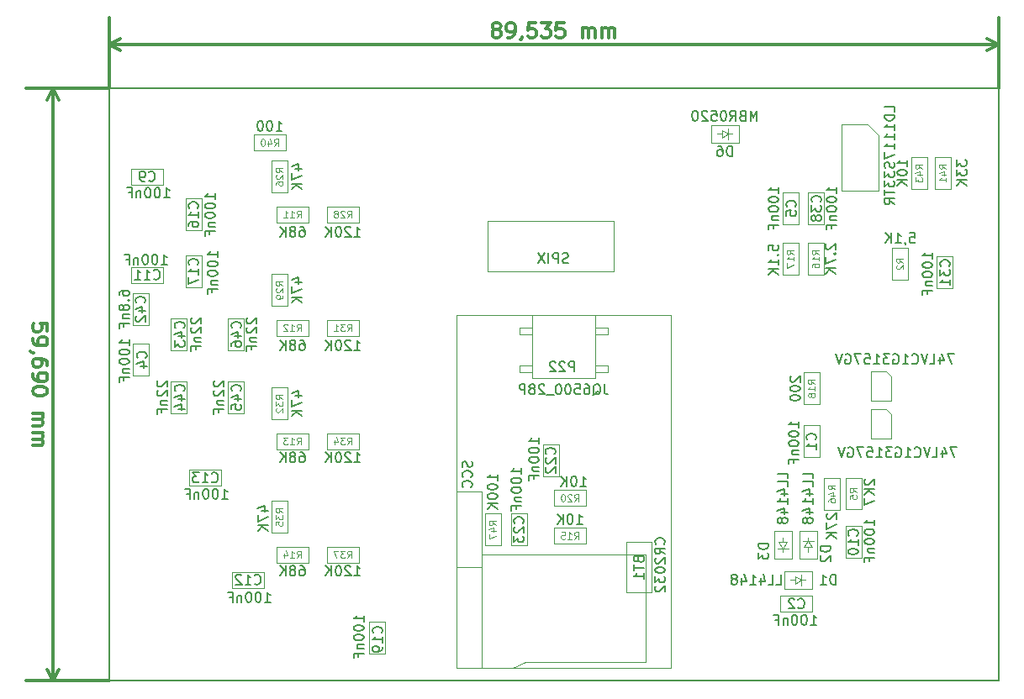
<source format=gbr>
G04 #@! TF.GenerationSoftware,KiCad,Pcbnew,(5.1.5)-3*
G04 #@! TF.CreationDate,2021-04-18T18:48:23+02:00*
G04 #@! TF.ProjectId,Mega_2560 core mini_full_2.2,4d656761-5f32-4353-9630-20636f726520,2.2*
G04 #@! TF.SameCoordinates,Original*
G04 #@! TF.FileFunction,Other,Fab,Bot*
%FSLAX46Y46*%
G04 Gerber Fmt 4.6, Leading zero omitted, Abs format (unit mm)*
G04 Created by KiCad (PCBNEW (5.1.5)-3) date 2021-04-18 18:48:23*
%MOMM*%
%LPD*%
G04 APERTURE LIST*
%ADD10C,0.150000*%
%ADD11C,0.300000*%
%ADD12C,0.100000*%
%ADD13C,0.120000*%
%ADD14C,0.105000*%
G04 APERTURE END LIST*
D10*
X140177520Y-61879480D02*
X140177520Y-121569480D01*
X229712520Y-61879480D02*
X140177520Y-61879480D01*
X229712520Y-121569480D02*
X229712520Y-61879480D01*
X140177520Y-121569480D02*
X229712520Y-121569480D01*
D11*
X179016448Y-55905909D02*
X178873591Y-55834481D01*
X178802162Y-55763052D01*
X178730734Y-55620195D01*
X178730734Y-55548766D01*
X178802162Y-55405909D01*
X178873591Y-55334481D01*
X179016448Y-55263052D01*
X179302162Y-55263052D01*
X179445020Y-55334481D01*
X179516448Y-55405909D01*
X179587877Y-55548766D01*
X179587877Y-55620195D01*
X179516448Y-55763052D01*
X179445020Y-55834481D01*
X179302162Y-55905909D01*
X179016448Y-55905909D01*
X178873591Y-55977338D01*
X178802162Y-56048766D01*
X178730734Y-56191623D01*
X178730734Y-56477338D01*
X178802162Y-56620195D01*
X178873591Y-56691623D01*
X179016448Y-56763052D01*
X179302162Y-56763052D01*
X179445020Y-56691623D01*
X179516448Y-56620195D01*
X179587877Y-56477338D01*
X179587877Y-56191623D01*
X179516448Y-56048766D01*
X179445020Y-55977338D01*
X179302162Y-55905909D01*
X180302162Y-56763052D02*
X180587877Y-56763052D01*
X180730734Y-56691623D01*
X180802162Y-56620195D01*
X180945020Y-56405909D01*
X181016448Y-56120195D01*
X181016448Y-55548766D01*
X180945020Y-55405909D01*
X180873591Y-55334481D01*
X180730734Y-55263052D01*
X180445020Y-55263052D01*
X180302162Y-55334481D01*
X180230734Y-55405909D01*
X180159305Y-55548766D01*
X180159305Y-55905909D01*
X180230734Y-56048766D01*
X180302162Y-56120195D01*
X180445020Y-56191623D01*
X180730734Y-56191623D01*
X180873591Y-56120195D01*
X180945020Y-56048766D01*
X181016448Y-55905909D01*
X181730734Y-56691623D02*
X181730734Y-56763052D01*
X181659305Y-56905909D01*
X181587877Y-56977338D01*
X183087877Y-55263052D02*
X182373591Y-55263052D01*
X182302162Y-55977338D01*
X182373591Y-55905909D01*
X182516448Y-55834481D01*
X182873591Y-55834481D01*
X183016448Y-55905909D01*
X183087877Y-55977338D01*
X183159305Y-56120195D01*
X183159305Y-56477338D01*
X183087877Y-56620195D01*
X183016448Y-56691623D01*
X182873591Y-56763052D01*
X182516448Y-56763052D01*
X182373591Y-56691623D01*
X182302162Y-56620195D01*
X183659305Y-55263052D02*
X184587877Y-55263052D01*
X184087877Y-55834481D01*
X184302162Y-55834481D01*
X184445020Y-55905909D01*
X184516448Y-55977338D01*
X184587877Y-56120195D01*
X184587877Y-56477338D01*
X184516448Y-56620195D01*
X184445020Y-56691623D01*
X184302162Y-56763052D01*
X183873591Y-56763052D01*
X183730734Y-56691623D01*
X183659305Y-56620195D01*
X185945020Y-55263052D02*
X185230734Y-55263052D01*
X185159305Y-55977338D01*
X185230734Y-55905909D01*
X185373591Y-55834481D01*
X185730734Y-55834481D01*
X185873591Y-55905909D01*
X185945020Y-55977338D01*
X186016448Y-56120195D01*
X186016448Y-56477338D01*
X185945020Y-56620195D01*
X185873591Y-56691623D01*
X185730734Y-56763052D01*
X185373591Y-56763052D01*
X185230734Y-56691623D01*
X185159305Y-56620195D01*
X187802162Y-56763052D02*
X187802162Y-55763052D01*
X187802162Y-55905909D02*
X187873591Y-55834481D01*
X188016448Y-55763052D01*
X188230734Y-55763052D01*
X188373591Y-55834481D01*
X188445020Y-55977338D01*
X188445020Y-56763052D01*
X188445020Y-55977338D02*
X188516448Y-55834481D01*
X188659305Y-55763052D01*
X188873591Y-55763052D01*
X189016448Y-55834481D01*
X189087877Y-55977338D01*
X189087877Y-56763052D01*
X189802162Y-56763052D02*
X189802162Y-55763052D01*
X189802162Y-55905909D02*
X189873591Y-55834481D01*
X190016448Y-55763052D01*
X190230734Y-55763052D01*
X190373591Y-55834481D01*
X190445020Y-55977338D01*
X190445020Y-56763052D01*
X190445020Y-55977338D02*
X190516448Y-55834481D01*
X190659305Y-55763052D01*
X190873591Y-55763052D01*
X191016448Y-55834481D01*
X191087877Y-55977338D01*
X191087877Y-56763052D01*
X229712520Y-57434481D02*
X140177520Y-57434481D01*
X229712520Y-61879480D02*
X229712520Y-54734481D01*
X140177520Y-61879480D02*
X140177520Y-54734481D01*
X140177520Y-57434481D02*
X141304024Y-56848060D01*
X140177520Y-57434481D02*
X141304024Y-58020902D01*
X229712520Y-57434481D02*
X228586016Y-56848060D01*
X229712520Y-57434481D02*
X228586016Y-58020902D01*
X133933949Y-86295908D02*
X133933949Y-85581622D01*
X133219663Y-85510194D01*
X133291092Y-85581622D01*
X133362521Y-85724480D01*
X133362521Y-86081622D01*
X133291092Y-86224480D01*
X133219663Y-86295908D01*
X133076806Y-86367337D01*
X132719663Y-86367337D01*
X132576806Y-86295908D01*
X132505378Y-86224480D01*
X132433949Y-86081622D01*
X132433949Y-85724480D01*
X132505378Y-85581622D01*
X132576806Y-85510194D01*
X132433949Y-87081622D02*
X132433949Y-87367337D01*
X132505378Y-87510194D01*
X132576806Y-87581622D01*
X132791092Y-87724480D01*
X133076806Y-87795908D01*
X133648235Y-87795908D01*
X133791092Y-87724480D01*
X133862521Y-87653051D01*
X133933949Y-87510194D01*
X133933949Y-87224480D01*
X133862521Y-87081622D01*
X133791092Y-87010194D01*
X133648235Y-86938765D01*
X133291092Y-86938765D01*
X133148235Y-87010194D01*
X133076806Y-87081622D01*
X133005378Y-87224480D01*
X133005378Y-87510194D01*
X133076806Y-87653051D01*
X133148235Y-87724480D01*
X133291092Y-87795908D01*
X132505378Y-88510194D02*
X132433949Y-88510194D01*
X132291092Y-88438765D01*
X132219663Y-88367337D01*
X133933949Y-89795908D02*
X133933949Y-89510194D01*
X133862521Y-89367337D01*
X133791092Y-89295908D01*
X133576806Y-89153051D01*
X133291092Y-89081622D01*
X132719663Y-89081622D01*
X132576806Y-89153051D01*
X132505378Y-89224480D01*
X132433949Y-89367337D01*
X132433949Y-89653051D01*
X132505378Y-89795908D01*
X132576806Y-89867337D01*
X132719663Y-89938765D01*
X133076806Y-89938765D01*
X133219663Y-89867337D01*
X133291092Y-89795908D01*
X133362521Y-89653051D01*
X133362521Y-89367337D01*
X133291092Y-89224480D01*
X133219663Y-89153051D01*
X133076806Y-89081622D01*
X132433949Y-90653051D02*
X132433949Y-90938765D01*
X132505378Y-91081622D01*
X132576806Y-91153051D01*
X132791092Y-91295908D01*
X133076806Y-91367337D01*
X133648235Y-91367337D01*
X133791092Y-91295908D01*
X133862521Y-91224480D01*
X133933949Y-91081622D01*
X133933949Y-90795908D01*
X133862521Y-90653051D01*
X133791092Y-90581622D01*
X133648235Y-90510194D01*
X133291092Y-90510194D01*
X133148235Y-90581622D01*
X133076806Y-90653051D01*
X133005378Y-90795908D01*
X133005378Y-91081622D01*
X133076806Y-91224480D01*
X133148235Y-91295908D01*
X133291092Y-91367337D01*
X133933949Y-92295908D02*
X133933949Y-92438765D01*
X133862521Y-92581622D01*
X133791092Y-92653051D01*
X133648235Y-92724480D01*
X133362521Y-92795908D01*
X133005378Y-92795908D01*
X132719663Y-92724480D01*
X132576806Y-92653051D01*
X132505378Y-92581622D01*
X132433949Y-92438765D01*
X132433949Y-92295908D01*
X132505378Y-92153051D01*
X132576806Y-92081622D01*
X132719663Y-92010194D01*
X133005378Y-91938765D01*
X133362521Y-91938765D01*
X133648235Y-92010194D01*
X133791092Y-92081622D01*
X133862521Y-92153051D01*
X133933949Y-92295908D01*
X132433949Y-94581622D02*
X133433949Y-94581622D01*
X133291092Y-94581622D02*
X133362521Y-94653051D01*
X133433949Y-94795908D01*
X133433949Y-95010194D01*
X133362521Y-95153051D01*
X133219663Y-95224480D01*
X132433949Y-95224480D01*
X133219663Y-95224480D02*
X133362521Y-95295908D01*
X133433949Y-95438765D01*
X133433949Y-95653051D01*
X133362521Y-95795908D01*
X133219663Y-95867337D01*
X132433949Y-95867337D01*
X132433949Y-96581622D02*
X133433949Y-96581622D01*
X133291092Y-96581622D02*
X133362521Y-96653051D01*
X133433949Y-96795908D01*
X133433949Y-97010194D01*
X133362521Y-97153051D01*
X133219663Y-97224480D01*
X132433949Y-97224480D01*
X133219663Y-97224480D02*
X133362521Y-97295908D01*
X133433949Y-97438765D01*
X133433949Y-97653051D01*
X133362521Y-97795908D01*
X133219663Y-97867337D01*
X132433949Y-97867337D01*
X134462521Y-61879480D02*
X134462521Y-121569480D01*
X140177520Y-61879480D02*
X131762521Y-61879480D01*
X140177520Y-121569480D02*
X131762521Y-121569480D01*
X134462521Y-121569480D02*
X133876100Y-120442976D01*
X134462521Y-121569480D02*
X135048942Y-120442976D01*
X134462521Y-61879480D02*
X133876100Y-63005984D01*
X134462521Y-61879480D02*
X135048942Y-63005984D01*
D12*
X207768520Y-113022480D02*
X207768520Y-114622480D01*
X210968520Y-113022480D02*
X207768520Y-113022480D01*
X210968520Y-114622480D02*
X210968520Y-113022480D01*
X207768520Y-114622480D02*
X210968520Y-114622480D01*
X207995520Y-107603480D02*
X207995520Y-107103480D01*
X207595520Y-107603480D02*
X207995520Y-108203480D01*
X208395520Y-107603480D02*
X207595520Y-107603480D01*
X207995520Y-108203480D02*
X208395520Y-107603480D01*
X207995520Y-108203480D02*
X207445520Y-108203480D01*
X207995520Y-108203480D02*
X208545520Y-108203480D01*
X207995520Y-108603480D02*
X207995520Y-108203480D01*
X207095520Y-109253480D02*
X208895520Y-109253480D01*
X207095520Y-106453480D02*
X207095520Y-109253480D01*
X208895520Y-106453480D02*
X207095520Y-106453480D01*
X208895520Y-109253480D02*
X208895520Y-106453480D01*
X210535520Y-108103480D02*
X210535520Y-108603480D01*
X210935520Y-108103480D02*
X210535520Y-107503480D01*
X210135520Y-108103480D02*
X210935520Y-108103480D01*
X210535520Y-107503480D02*
X210135520Y-108103480D01*
X210535520Y-107503480D02*
X211085520Y-107503480D01*
X210535520Y-107503480D02*
X209985520Y-107503480D01*
X210535520Y-107103480D02*
X210535520Y-107503480D01*
X211435520Y-106453480D02*
X209635520Y-106453480D01*
X211435520Y-109253480D02*
X211435520Y-106453480D01*
X209635520Y-109253480D02*
X211435520Y-109253480D01*
X209635520Y-106453480D02*
X209635520Y-109253480D01*
X209269520Y-111409480D02*
X208769520Y-111409480D01*
X209269520Y-111809480D02*
X209869520Y-111409480D01*
X209269520Y-111009480D02*
X209269520Y-111809480D01*
X209869520Y-111409480D02*
X209269520Y-111009480D01*
X209869520Y-111409480D02*
X209869520Y-111959480D01*
X209869520Y-111409480D02*
X209869520Y-110859480D01*
X210269520Y-111409480D02*
X209869520Y-111409480D01*
X210919520Y-112309480D02*
X210919520Y-110509480D01*
X208119520Y-112309480D02*
X210919520Y-112309480D01*
X208119520Y-110509480D02*
X208119520Y-112309480D01*
X210919520Y-110509480D02*
X208119520Y-110509480D01*
X214307520Y-109175480D02*
X215907520Y-109175480D01*
X214307520Y-105975480D02*
X214307520Y-109175480D01*
X215907520Y-105975480D02*
X214307520Y-105975480D01*
X215907520Y-109175480D02*
X215907520Y-105975480D01*
X210116520Y-99039480D02*
X211716520Y-99039480D01*
X210116520Y-95839480D02*
X210116520Y-99039480D01*
X211716520Y-95839480D02*
X210116520Y-95839480D01*
X211716520Y-99039480D02*
X211716520Y-95839480D01*
X225051520Y-78821480D02*
X223451520Y-78821480D01*
X225051520Y-82021480D02*
X225051520Y-78821480D01*
X223451520Y-82021480D02*
X225051520Y-82021480D01*
X223451520Y-78821480D02*
X223451520Y-82021480D01*
X212097520Y-72344480D02*
X210497520Y-72344480D01*
X212097520Y-75544480D02*
X212097520Y-72344480D01*
X210497520Y-75544480D02*
X212097520Y-75544480D01*
X210497520Y-72344480D02*
X210497520Y-75544480D01*
X209557520Y-72344480D02*
X207957520Y-72344480D01*
X209557520Y-75544480D02*
X209557520Y-72344480D01*
X207957520Y-75544480D02*
X209557520Y-75544480D01*
X207957520Y-72344480D02*
X207957520Y-75544480D01*
X201903520Y-66451480D02*
X201403520Y-66451480D01*
X201903520Y-66851480D02*
X202503520Y-66451480D01*
X201903520Y-66051480D02*
X201903520Y-66851480D01*
X202503520Y-66451480D02*
X201903520Y-66051480D01*
X202503520Y-66451480D02*
X202503520Y-67001480D01*
X202503520Y-66451480D02*
X202503520Y-65901480D01*
X202903520Y-66451480D02*
X202503520Y-66451480D01*
X203553520Y-67351480D02*
X203553520Y-65551480D01*
X200753520Y-67351480D02*
X203553520Y-67351480D01*
X200753520Y-65551480D02*
X200753520Y-67351480D01*
X203553520Y-65551480D02*
X200753520Y-65551480D01*
D13*
X194152520Y-108869480D02*
X194152520Y-119664480D01*
X194152520Y-119664480D02*
X182722520Y-119664480D01*
X182722520Y-119664480D02*
X182087520Y-119664480D01*
X182087520Y-119664480D02*
X180817520Y-120299480D01*
X194152520Y-108869480D02*
X177642520Y-108869480D01*
X177642520Y-108869480D02*
X177642520Y-120299480D01*
X189072520Y-89819480D02*
X190342520Y-89819480D01*
X190342520Y-89819480D02*
X190342520Y-90454480D01*
X190342520Y-90454480D02*
X189072520Y-90454480D01*
X182722520Y-89819480D02*
X181452520Y-89819480D01*
X181452520Y-89819480D02*
X181452520Y-90454480D01*
X181452520Y-90454480D02*
X182722520Y-90454480D01*
X182722520Y-86009480D02*
X181452520Y-86009480D01*
X181452520Y-86009480D02*
X181452520Y-86644480D01*
X181452520Y-86644480D02*
X182722520Y-86644480D01*
X189072520Y-86009480D02*
X190342520Y-86009480D01*
X190342520Y-86009480D02*
X190342520Y-86644480D01*
X190342520Y-86644480D02*
X189072520Y-86644480D01*
X189072520Y-84739480D02*
X189072520Y-91089480D01*
X189072520Y-91089480D02*
X182722520Y-91089480D01*
X182722520Y-91089480D02*
X182722520Y-84739480D01*
X196692520Y-120299480D02*
X175102520Y-120299480D01*
X175102520Y-120299480D02*
X175102520Y-84739480D01*
X175102520Y-84739480D02*
X196692520Y-84739480D01*
X196692520Y-84739480D02*
X196692520Y-120299480D01*
D12*
X185427520Y-97744480D02*
X183827520Y-97744480D01*
X185427520Y-100944480D02*
X185427520Y-97744480D01*
X183827520Y-100944480D02*
X185427520Y-100944480D01*
X183827520Y-97744480D02*
X183827520Y-100944480D01*
X182252520Y-104729480D02*
X180652520Y-104729480D01*
X182252520Y-107929480D02*
X182252520Y-104729480D01*
X180652520Y-107929480D02*
X182252520Y-107929480D01*
X180652520Y-104729480D02*
X180652520Y-107929480D01*
X167901520Y-115651480D02*
X166301520Y-115651480D01*
X167901520Y-118851480D02*
X167901520Y-115651480D01*
X166301520Y-118851480D02*
X167901520Y-118851480D01*
X166301520Y-115651480D02*
X166301520Y-118851480D01*
X152547520Y-110609480D02*
X152547520Y-112209480D01*
X155747520Y-110609480D02*
X152547520Y-110609480D01*
X155747520Y-112209480D02*
X155747520Y-110609480D01*
X152547520Y-112209480D02*
X155747520Y-112209480D01*
X151429520Y-101922480D02*
X151429520Y-100322480D01*
X148229520Y-101922480D02*
X151429520Y-101922480D01*
X148229520Y-100322480D02*
X148229520Y-101922480D01*
X151429520Y-100322480D02*
X148229520Y-100322480D01*
X152077520Y-94594480D02*
X153677520Y-94594480D01*
X152077520Y-91394480D02*
X152077520Y-94594480D01*
X153677520Y-91394480D02*
X152077520Y-91394480D01*
X153677520Y-94594480D02*
X153677520Y-91394480D01*
X146362520Y-94594480D02*
X147962520Y-94594480D01*
X146362520Y-91394480D02*
X146362520Y-94594480D01*
X147962520Y-91394480D02*
X146362520Y-91394480D01*
X147962520Y-94594480D02*
X147962520Y-91394480D01*
X147962520Y-85044480D02*
X146362520Y-85044480D01*
X147962520Y-88244480D02*
X147962520Y-85044480D01*
X146362520Y-88244480D02*
X147962520Y-88244480D01*
X146362520Y-85044480D02*
X146362520Y-88244480D01*
X153677520Y-85044480D02*
X152077520Y-85044480D01*
X153677520Y-88244480D02*
X153677520Y-85044480D01*
X152077520Y-88244480D02*
X153677520Y-88244480D01*
X152077520Y-85044480D02*
X152077520Y-88244480D01*
X145587520Y-81475480D02*
X145587520Y-79875480D01*
X142387520Y-81475480D02*
X145587520Y-81475480D01*
X142387520Y-79875480D02*
X142387520Y-81475480D01*
X145587520Y-79875480D02*
X142387520Y-79875480D01*
X142552520Y-85704480D02*
X144152520Y-85704480D01*
X142552520Y-82504480D02*
X142552520Y-85704480D01*
X144152520Y-82504480D02*
X142552520Y-82504480D01*
X144152520Y-85704480D02*
X144152520Y-82504480D01*
X149486520Y-78694480D02*
X147886520Y-78694480D01*
X149486520Y-81894480D02*
X149486520Y-78694480D01*
X147886520Y-81894480D02*
X149486520Y-81894480D01*
X147886520Y-78694480D02*
X147886520Y-81894480D01*
X147886520Y-76179480D02*
X149486520Y-76179480D01*
X147886520Y-72979480D02*
X147886520Y-76179480D01*
X149486520Y-72979480D02*
X147886520Y-72979480D01*
X149486520Y-76179480D02*
X149486520Y-72979480D01*
X145587520Y-71569480D02*
X145587520Y-69969480D01*
X142387520Y-71569480D02*
X145587520Y-71569480D01*
X142387520Y-69969480D02*
X142387520Y-71569480D01*
X145587520Y-69969480D02*
X142387520Y-69969480D01*
X194787520Y-107599480D02*
X194787520Y-112679480D01*
X194787520Y-112679480D02*
X192247520Y-112679480D01*
X192247520Y-112679480D02*
X192247520Y-107599480D01*
X192247520Y-107599480D02*
X194787520Y-107599480D01*
X142552520Y-90784480D02*
X144152520Y-90784480D01*
X142552520Y-87584480D02*
X142552520Y-90784480D01*
X144152520Y-87584480D02*
X142552520Y-87584480D01*
X144152520Y-90784480D02*
X144152520Y-87584480D01*
X219006520Y-81132480D02*
X220606520Y-81132480D01*
X219006520Y-77932480D02*
X219006520Y-81132480D01*
X220606520Y-77932480D02*
X219006520Y-77932480D01*
X220606520Y-81132480D02*
X220606520Y-77932480D01*
X215907520Y-101099480D02*
X214307520Y-101099480D01*
X215907520Y-104299480D02*
X215907520Y-101099480D01*
X214307520Y-104299480D02*
X215907520Y-104299480D01*
X214307520Y-101099480D02*
X214307520Y-104299480D01*
X156992520Y-73779480D02*
X156992520Y-75379480D01*
X160192520Y-73779480D02*
X156992520Y-73779480D01*
X160192520Y-75379480D02*
X160192520Y-73779480D01*
X156992520Y-75379480D02*
X160192520Y-75379480D01*
X156992520Y-86809480D02*
X160192520Y-86809480D01*
X160192520Y-86809480D02*
X160192520Y-85209480D01*
X160192520Y-85209480D02*
X156992520Y-85209480D01*
X156992520Y-85209480D02*
X156992520Y-86809480D01*
X156992520Y-96639480D02*
X156992520Y-98239480D01*
X160192520Y-96639480D02*
X156992520Y-96639480D01*
X160192520Y-98239480D02*
X160192520Y-96639480D01*
X156992520Y-98239480D02*
X160192520Y-98239480D01*
X156992520Y-109669480D02*
X160192520Y-109669480D01*
X160192520Y-109669480D02*
X160192520Y-108069480D01*
X160192520Y-108069480D02*
X156992520Y-108069480D01*
X156992520Y-108069480D02*
X156992520Y-109669480D01*
X184932520Y-106164480D02*
X184932520Y-107764480D01*
X188132520Y-106164480D02*
X184932520Y-106164480D01*
X188132520Y-107764480D02*
X188132520Y-106164480D01*
X184932520Y-107764480D02*
X188132520Y-107764480D01*
X210497520Y-80624480D02*
X212097520Y-80624480D01*
X210497520Y-77424480D02*
X210497520Y-80624480D01*
X212097520Y-77424480D02*
X210497520Y-77424480D01*
X212097520Y-80624480D02*
X212097520Y-77424480D01*
X209557520Y-80624480D02*
X209557520Y-77424480D01*
X209557520Y-77424480D02*
X207957520Y-77424480D01*
X207957520Y-77424480D02*
X207957520Y-80624480D01*
X207957520Y-80624480D02*
X209557520Y-80624480D01*
X211716520Y-90505480D02*
X210116520Y-90505480D01*
X211716520Y-93705480D02*
X211716520Y-90505480D01*
X210116520Y-93705480D02*
X211716520Y-93705480D01*
X210116520Y-90505480D02*
X210116520Y-93705480D01*
X184932520Y-103954480D02*
X188132520Y-103954480D01*
X188132520Y-103954480D02*
X188132520Y-102354480D01*
X188132520Y-102354480D02*
X184932520Y-102354480D01*
X184932520Y-102354480D02*
X184932520Y-103954480D01*
X158122520Y-72369480D02*
X158122520Y-69169480D01*
X158122520Y-69169480D02*
X156522520Y-69169480D01*
X156522520Y-69169480D02*
X156522520Y-72369480D01*
X156522520Y-72369480D02*
X158122520Y-72369480D01*
X162072520Y-73779480D02*
X162072520Y-75379480D01*
X165272520Y-73779480D02*
X162072520Y-73779480D01*
X165272520Y-75379480D02*
X165272520Y-73779480D01*
X162072520Y-75379480D02*
X165272520Y-75379480D01*
X158122520Y-83799480D02*
X158122520Y-80599480D01*
X158122520Y-80599480D02*
X156522520Y-80599480D01*
X156522520Y-80599480D02*
X156522520Y-83799480D01*
X156522520Y-83799480D02*
X158122520Y-83799480D01*
X162072520Y-85209480D02*
X162072520Y-86809480D01*
X165272520Y-85209480D02*
X162072520Y-85209480D01*
X165272520Y-86809480D02*
X165272520Y-85209480D01*
X162072520Y-86809480D02*
X165272520Y-86809480D01*
X158122520Y-95229480D02*
X158122520Y-92029480D01*
X158122520Y-92029480D02*
X156522520Y-92029480D01*
X156522520Y-92029480D02*
X156522520Y-95229480D01*
X156522520Y-95229480D02*
X158122520Y-95229480D01*
X162072520Y-96639480D02*
X162072520Y-98239480D01*
X165272520Y-96639480D02*
X162072520Y-96639480D01*
X165272520Y-98239480D02*
X165272520Y-96639480D01*
X162072520Y-98239480D02*
X165272520Y-98239480D01*
X158122520Y-106659480D02*
X158122520Y-103459480D01*
X158122520Y-103459480D02*
X156522520Y-103459480D01*
X156522520Y-103459480D02*
X156522520Y-106659480D01*
X156522520Y-106659480D02*
X158122520Y-106659480D01*
X162072520Y-108069480D02*
X162072520Y-109669480D01*
X165272520Y-108069480D02*
X162072520Y-108069480D01*
X165272520Y-109669480D02*
X165272520Y-108069480D01*
X162072520Y-109669480D02*
X165272520Y-109669480D01*
X154706520Y-66540480D02*
X154706520Y-68140480D01*
X157906520Y-66540480D02*
X154706520Y-66540480D01*
X157906520Y-68140480D02*
X157906520Y-66540480D01*
X154706520Y-68140480D02*
X157906520Y-68140480D01*
X223324520Y-71988480D02*
X224924520Y-71988480D01*
X223324520Y-68788480D02*
X223324520Y-71988480D01*
X224924520Y-68788480D02*
X223324520Y-68788480D01*
X224924520Y-71988480D02*
X224924520Y-68788480D01*
X222511520Y-68788480D02*
X220911520Y-68788480D01*
X222511520Y-71988480D02*
X222511520Y-68788480D01*
X220911520Y-71988480D02*
X222511520Y-71988480D01*
X220911520Y-68788480D02*
X220911520Y-71988480D01*
X213748520Y-104320480D02*
X213748520Y-101120480D01*
X213748520Y-101120480D02*
X212148520Y-101120480D01*
X212148520Y-101120480D02*
X212148520Y-104320480D01*
X212148520Y-104320480D02*
X213748520Y-104320480D01*
D13*
X218901520Y-94661480D02*
X218901520Y-97161480D01*
X218401520Y-94161480D02*
X218901520Y-94661480D01*
X216901520Y-94161480D02*
X218401520Y-94161480D01*
X216901520Y-97161480D02*
X216901520Y-94161480D01*
X218901520Y-97161480D02*
X216901520Y-97161480D01*
X218901520Y-93351480D02*
X216901520Y-93351480D01*
X216901520Y-93351480D02*
X216901520Y-90351480D01*
X216901520Y-90351480D02*
X218401520Y-90351480D01*
X218401520Y-90351480D02*
X218901520Y-90851480D01*
X218901520Y-90851480D02*
X218901520Y-93351480D01*
D12*
X217592520Y-66564480D02*
X216542520Y-65514480D01*
X217592520Y-66564480D02*
X217592520Y-72214480D01*
X216542520Y-65514480D02*
X213892520Y-65514480D01*
X217592520Y-72214480D02*
X213892520Y-72214480D01*
X213892520Y-65514480D02*
X213892520Y-72214480D01*
X178277520Y-75214480D02*
X190977520Y-75214480D01*
X190977520Y-75214480D02*
X190977520Y-80294480D01*
X190977520Y-80294480D02*
X178277520Y-80294480D01*
X178277520Y-80294480D02*
X178277520Y-75214480D01*
X177642520Y-102519480D02*
X177642520Y-110139480D01*
X177642520Y-110139480D02*
X175102520Y-110139480D01*
X175102520Y-110139480D02*
X175102520Y-102519480D01*
X175102520Y-102519480D02*
X177642520Y-102519480D01*
X177985520Y-104729480D02*
X177985520Y-107929480D01*
X177985520Y-107929480D02*
X179585520Y-107929480D01*
X179585520Y-107929480D02*
X179585520Y-104729480D01*
X179585520Y-104729480D02*
X177985520Y-104729480D01*
D10*
X210789139Y-115925860D02*
X211360567Y-115925860D01*
X211074853Y-115925860D02*
X211074853Y-114925860D01*
X211170091Y-115068718D01*
X211265329Y-115163956D01*
X211360567Y-115211575D01*
X210170091Y-114925860D02*
X210074853Y-114925860D01*
X209979615Y-114973480D01*
X209931996Y-115021099D01*
X209884377Y-115116337D01*
X209836758Y-115306813D01*
X209836758Y-115544908D01*
X209884377Y-115735384D01*
X209931996Y-115830622D01*
X209979615Y-115878241D01*
X210074853Y-115925860D01*
X210170091Y-115925860D01*
X210265329Y-115878241D01*
X210312948Y-115830622D01*
X210360567Y-115735384D01*
X210408186Y-115544908D01*
X210408186Y-115306813D01*
X210360567Y-115116337D01*
X210312948Y-115021099D01*
X210265329Y-114973480D01*
X210170091Y-114925860D01*
X209217710Y-114925860D02*
X209122472Y-114925860D01*
X209027234Y-114973480D01*
X208979615Y-115021099D01*
X208931996Y-115116337D01*
X208884377Y-115306813D01*
X208884377Y-115544908D01*
X208931996Y-115735384D01*
X208979615Y-115830622D01*
X209027234Y-115878241D01*
X209122472Y-115925860D01*
X209217710Y-115925860D01*
X209312948Y-115878241D01*
X209360567Y-115830622D01*
X209408186Y-115735384D01*
X209455805Y-115544908D01*
X209455805Y-115306813D01*
X209408186Y-115116337D01*
X209360567Y-115021099D01*
X209312948Y-114973480D01*
X209217710Y-114925860D01*
X208455805Y-115259194D02*
X208455805Y-115925860D01*
X208455805Y-115354432D02*
X208408186Y-115306813D01*
X208312948Y-115259194D01*
X208170091Y-115259194D01*
X208074853Y-115306813D01*
X208027234Y-115402051D01*
X208027234Y-115925860D01*
X207217710Y-115402051D02*
X207551043Y-115402051D01*
X207551043Y-115925860D02*
X207551043Y-114925860D01*
X207074853Y-114925860D01*
X209535186Y-114179622D02*
X209582805Y-114227241D01*
X209725662Y-114274860D01*
X209820900Y-114274860D01*
X209963758Y-114227241D01*
X210058996Y-114132003D01*
X210106615Y-114036765D01*
X210154234Y-113846289D01*
X210154234Y-113703432D01*
X210106615Y-113512956D01*
X210058996Y-113417718D01*
X209963758Y-113322480D01*
X209820900Y-113274860D01*
X209725662Y-113274860D01*
X209582805Y-113322480D01*
X209535186Y-113370099D01*
X209154234Y-113370099D02*
X209106615Y-113322480D01*
X209011377Y-113274860D01*
X208773281Y-113274860D01*
X208678043Y-113322480D01*
X208630424Y-113370099D01*
X208582805Y-113465337D01*
X208582805Y-113560575D01*
X208630424Y-113703432D01*
X209201853Y-114274860D01*
X208582805Y-114274860D01*
X208447900Y-101154480D02*
X208447900Y-100678289D01*
X207447900Y-100678289D01*
X208447900Y-101964003D02*
X208447900Y-101487813D01*
X207447900Y-101487813D01*
X207781234Y-102725908D02*
X208447900Y-102725908D01*
X207400281Y-102487813D02*
X208114567Y-102249718D01*
X208114567Y-102868765D01*
X208447900Y-103773527D02*
X208447900Y-103202099D01*
X208447900Y-103487813D02*
X207447900Y-103487813D01*
X207590758Y-103392575D01*
X207685996Y-103297337D01*
X207733615Y-103202099D01*
X207781234Y-104630670D02*
X208447900Y-104630670D01*
X207400281Y-104392575D02*
X208114567Y-104154480D01*
X208114567Y-104773527D01*
X207876472Y-105297337D02*
X207828853Y-105202099D01*
X207781234Y-105154480D01*
X207685996Y-105106860D01*
X207638377Y-105106860D01*
X207543139Y-105154480D01*
X207495520Y-105202099D01*
X207447900Y-105297337D01*
X207447900Y-105487813D01*
X207495520Y-105583051D01*
X207543139Y-105630670D01*
X207638377Y-105678289D01*
X207685996Y-105678289D01*
X207781234Y-105630670D01*
X207828853Y-105583051D01*
X207876472Y-105487813D01*
X207876472Y-105297337D01*
X207924091Y-105202099D01*
X207971710Y-105154480D01*
X208066948Y-105106860D01*
X208257424Y-105106860D01*
X208352662Y-105154480D01*
X208400281Y-105202099D01*
X208447900Y-105297337D01*
X208447900Y-105487813D01*
X208400281Y-105583051D01*
X208352662Y-105630670D01*
X208257424Y-105678289D01*
X208066948Y-105678289D01*
X207971710Y-105630670D01*
X207924091Y-105583051D01*
X207876472Y-105487813D01*
X206542900Y-107750384D02*
X205542900Y-107750384D01*
X205542900Y-107988480D01*
X205590520Y-108131337D01*
X205685758Y-108226575D01*
X205780996Y-108274194D01*
X205971472Y-108321813D01*
X206114329Y-108321813D01*
X206304805Y-108274194D01*
X206400043Y-108226575D01*
X206495281Y-108131337D01*
X206542900Y-107988480D01*
X206542900Y-107750384D01*
X205542900Y-108655146D02*
X205542900Y-109274194D01*
X205923853Y-108940860D01*
X205923853Y-109083718D01*
X205971472Y-109178956D01*
X206019091Y-109226575D01*
X206114329Y-109274194D01*
X206352424Y-109274194D01*
X206447662Y-109226575D01*
X206495281Y-109178956D01*
X206542900Y-109083718D01*
X206542900Y-108798003D01*
X206495281Y-108702765D01*
X206447662Y-108655146D01*
X210987900Y-101154480D02*
X210987900Y-100678289D01*
X209987900Y-100678289D01*
X210987900Y-101964003D02*
X210987900Y-101487813D01*
X209987900Y-101487813D01*
X210321234Y-102725908D02*
X210987900Y-102725908D01*
X209940281Y-102487813D02*
X210654567Y-102249718D01*
X210654567Y-102868765D01*
X210987900Y-103773527D02*
X210987900Y-103202099D01*
X210987900Y-103487813D02*
X209987900Y-103487813D01*
X210130758Y-103392575D01*
X210225996Y-103297337D01*
X210273615Y-103202099D01*
X210321234Y-104630670D02*
X210987900Y-104630670D01*
X209940281Y-104392575D02*
X210654567Y-104154480D01*
X210654567Y-104773527D01*
X210416472Y-105297337D02*
X210368853Y-105202099D01*
X210321234Y-105154480D01*
X210225996Y-105106860D01*
X210178377Y-105106860D01*
X210083139Y-105154480D01*
X210035520Y-105202099D01*
X209987900Y-105297337D01*
X209987900Y-105487813D01*
X210035520Y-105583051D01*
X210083139Y-105630670D01*
X210178377Y-105678289D01*
X210225996Y-105678289D01*
X210321234Y-105630670D01*
X210368853Y-105583051D01*
X210416472Y-105487813D01*
X210416472Y-105297337D01*
X210464091Y-105202099D01*
X210511710Y-105154480D01*
X210606948Y-105106860D01*
X210797424Y-105106860D01*
X210892662Y-105154480D01*
X210940281Y-105202099D01*
X210987900Y-105297337D01*
X210987900Y-105487813D01*
X210940281Y-105583051D01*
X210892662Y-105630670D01*
X210797424Y-105678289D01*
X210606948Y-105678289D01*
X210511710Y-105630670D01*
X210464091Y-105583051D01*
X210416472Y-105487813D01*
X212765900Y-108004384D02*
X211765900Y-108004384D01*
X211765900Y-108242480D01*
X211813520Y-108385337D01*
X211908758Y-108480575D01*
X212003996Y-108528194D01*
X212194472Y-108575813D01*
X212337329Y-108575813D01*
X212527805Y-108528194D01*
X212623043Y-108480575D01*
X212718281Y-108385337D01*
X212765900Y-108242480D01*
X212765900Y-108004384D01*
X211861139Y-108956765D02*
X211813520Y-109004384D01*
X211765900Y-109099622D01*
X211765900Y-109337718D01*
X211813520Y-109432956D01*
X211861139Y-109480575D01*
X211956377Y-109528194D01*
X212051615Y-109528194D01*
X212194472Y-109480575D01*
X212765900Y-108909146D01*
X212765900Y-109528194D01*
X207328520Y-111861860D02*
X207804710Y-111861860D01*
X207804710Y-110861860D01*
X206518996Y-111861860D02*
X206995186Y-111861860D01*
X206995186Y-110861860D01*
X205757091Y-111195194D02*
X205757091Y-111861860D01*
X205995186Y-110814241D02*
X206233281Y-111528527D01*
X205614234Y-111528527D01*
X204709472Y-111861860D02*
X205280900Y-111861860D01*
X204995186Y-111861860D02*
X204995186Y-110861860D01*
X205090424Y-111004718D01*
X205185662Y-111099956D01*
X205280900Y-111147575D01*
X203852329Y-111195194D02*
X203852329Y-111861860D01*
X204090424Y-110814241D02*
X204328520Y-111528527D01*
X203709472Y-111528527D01*
X203185662Y-111290432D02*
X203280900Y-111242813D01*
X203328520Y-111195194D01*
X203376139Y-111099956D01*
X203376139Y-111052337D01*
X203328520Y-110957099D01*
X203280900Y-110909480D01*
X203185662Y-110861860D01*
X202995186Y-110861860D01*
X202899948Y-110909480D01*
X202852329Y-110957099D01*
X202804710Y-111052337D01*
X202804710Y-111099956D01*
X202852329Y-111195194D01*
X202899948Y-111242813D01*
X202995186Y-111290432D01*
X203185662Y-111290432D01*
X203280900Y-111338051D01*
X203328520Y-111385670D01*
X203376139Y-111480908D01*
X203376139Y-111671384D01*
X203328520Y-111766622D01*
X203280900Y-111814241D01*
X203185662Y-111861860D01*
X202995186Y-111861860D01*
X202899948Y-111814241D01*
X202852329Y-111766622D01*
X202804710Y-111671384D01*
X202804710Y-111480908D01*
X202852329Y-111385670D01*
X202899948Y-111338051D01*
X202995186Y-111290432D01*
X213305615Y-111861860D02*
X213305615Y-110861860D01*
X213067520Y-110861860D01*
X212924662Y-110909480D01*
X212829424Y-111004718D01*
X212781805Y-111099956D01*
X212734186Y-111290432D01*
X212734186Y-111433289D01*
X212781805Y-111623765D01*
X212829424Y-111719003D01*
X212924662Y-111814241D01*
X213067520Y-111861860D01*
X213305615Y-111861860D01*
X211781805Y-111861860D02*
X212353234Y-111861860D01*
X212067520Y-111861860D02*
X212067520Y-110861860D01*
X212162758Y-111004718D01*
X212257996Y-111099956D01*
X212353234Y-111147575D01*
X217210900Y-105900860D02*
X217210900Y-105329432D01*
X217210900Y-105615146D02*
X216210900Y-105615146D01*
X216353758Y-105519908D01*
X216448996Y-105424670D01*
X216496615Y-105329432D01*
X216210900Y-106519908D02*
X216210900Y-106615146D01*
X216258520Y-106710384D01*
X216306139Y-106758003D01*
X216401377Y-106805622D01*
X216591853Y-106853241D01*
X216829948Y-106853241D01*
X217020424Y-106805622D01*
X217115662Y-106758003D01*
X217163281Y-106710384D01*
X217210900Y-106615146D01*
X217210900Y-106519908D01*
X217163281Y-106424670D01*
X217115662Y-106377051D01*
X217020424Y-106329432D01*
X216829948Y-106281813D01*
X216591853Y-106281813D01*
X216401377Y-106329432D01*
X216306139Y-106377051D01*
X216258520Y-106424670D01*
X216210900Y-106519908D01*
X216210900Y-107472289D02*
X216210900Y-107567527D01*
X216258520Y-107662765D01*
X216306139Y-107710384D01*
X216401377Y-107758003D01*
X216591853Y-107805622D01*
X216829948Y-107805622D01*
X217020424Y-107758003D01*
X217115662Y-107710384D01*
X217163281Y-107662765D01*
X217210900Y-107567527D01*
X217210900Y-107472289D01*
X217163281Y-107377051D01*
X217115662Y-107329432D01*
X217020424Y-107281813D01*
X216829948Y-107234194D01*
X216591853Y-107234194D01*
X216401377Y-107281813D01*
X216306139Y-107329432D01*
X216258520Y-107377051D01*
X216210900Y-107472289D01*
X216544234Y-108234194D02*
X217210900Y-108234194D01*
X216639472Y-108234194D02*
X216591853Y-108281813D01*
X216544234Y-108377051D01*
X216544234Y-108519908D01*
X216591853Y-108615146D01*
X216687091Y-108662765D01*
X217210900Y-108662765D01*
X216687091Y-109472289D02*
X216687091Y-109138956D01*
X217210900Y-109138956D02*
X216210900Y-109138956D01*
X216210900Y-109615146D01*
X215464662Y-106932622D02*
X215512281Y-106885003D01*
X215559900Y-106742146D01*
X215559900Y-106646908D01*
X215512281Y-106504051D01*
X215417043Y-106408813D01*
X215321805Y-106361194D01*
X215131329Y-106313575D01*
X214988472Y-106313575D01*
X214797996Y-106361194D01*
X214702758Y-106408813D01*
X214607520Y-106504051D01*
X214559900Y-106646908D01*
X214559900Y-106742146D01*
X214607520Y-106885003D01*
X214655139Y-106932622D01*
X215559900Y-107885003D02*
X215559900Y-107313575D01*
X215559900Y-107599289D02*
X214559900Y-107599289D01*
X214702758Y-107504051D01*
X214797996Y-107408813D01*
X214845615Y-107313575D01*
X214559900Y-108504051D02*
X214559900Y-108599289D01*
X214607520Y-108694527D01*
X214655139Y-108742146D01*
X214750377Y-108789765D01*
X214940853Y-108837384D01*
X215178948Y-108837384D01*
X215369424Y-108789765D01*
X215464662Y-108742146D01*
X215512281Y-108694527D01*
X215559900Y-108599289D01*
X215559900Y-108504051D01*
X215512281Y-108408813D01*
X215464662Y-108361194D01*
X215369424Y-108313575D01*
X215178948Y-108265956D01*
X214940853Y-108265956D01*
X214750377Y-108313575D01*
X214655139Y-108361194D01*
X214607520Y-108408813D01*
X214559900Y-108504051D01*
X209590900Y-96018860D02*
X209590900Y-95447432D01*
X209590900Y-95733146D02*
X208590900Y-95733146D01*
X208733758Y-95637908D01*
X208828996Y-95542670D01*
X208876615Y-95447432D01*
X208590900Y-96637908D02*
X208590900Y-96733146D01*
X208638520Y-96828384D01*
X208686139Y-96876003D01*
X208781377Y-96923622D01*
X208971853Y-96971241D01*
X209209948Y-96971241D01*
X209400424Y-96923622D01*
X209495662Y-96876003D01*
X209543281Y-96828384D01*
X209590900Y-96733146D01*
X209590900Y-96637908D01*
X209543281Y-96542670D01*
X209495662Y-96495051D01*
X209400424Y-96447432D01*
X209209948Y-96399813D01*
X208971853Y-96399813D01*
X208781377Y-96447432D01*
X208686139Y-96495051D01*
X208638520Y-96542670D01*
X208590900Y-96637908D01*
X208590900Y-97590289D02*
X208590900Y-97685527D01*
X208638520Y-97780765D01*
X208686139Y-97828384D01*
X208781377Y-97876003D01*
X208971853Y-97923622D01*
X209209948Y-97923622D01*
X209400424Y-97876003D01*
X209495662Y-97828384D01*
X209543281Y-97780765D01*
X209590900Y-97685527D01*
X209590900Y-97590289D01*
X209543281Y-97495051D01*
X209495662Y-97447432D01*
X209400424Y-97399813D01*
X209209948Y-97352194D01*
X208971853Y-97352194D01*
X208781377Y-97399813D01*
X208686139Y-97447432D01*
X208638520Y-97495051D01*
X208590900Y-97590289D01*
X208924234Y-98352194D02*
X209590900Y-98352194D01*
X209019472Y-98352194D02*
X208971853Y-98399813D01*
X208924234Y-98495051D01*
X208924234Y-98637908D01*
X208971853Y-98733146D01*
X209067091Y-98780765D01*
X209590900Y-98780765D01*
X209067091Y-99590289D02*
X209067091Y-99256956D01*
X209590900Y-99256956D02*
X208590900Y-99256956D01*
X208590900Y-99733146D01*
X211273662Y-97272813D02*
X211321281Y-97225194D01*
X211368900Y-97082337D01*
X211368900Y-96987099D01*
X211321281Y-96844241D01*
X211226043Y-96749003D01*
X211130805Y-96701384D01*
X210940329Y-96653765D01*
X210797472Y-96653765D01*
X210606996Y-96701384D01*
X210511758Y-96749003D01*
X210416520Y-96844241D01*
X210368900Y-96987099D01*
X210368900Y-97082337D01*
X210416520Y-97225194D01*
X210464139Y-97272813D01*
X211368900Y-98225194D02*
X211368900Y-97653765D01*
X211368900Y-97939480D02*
X210368900Y-97939480D01*
X210511758Y-97844241D01*
X210606996Y-97749003D01*
X210654615Y-97653765D01*
X223052900Y-79000860D02*
X223052900Y-78429432D01*
X223052900Y-78715146D02*
X222052900Y-78715146D01*
X222195758Y-78619908D01*
X222290996Y-78524670D01*
X222338615Y-78429432D01*
X222052900Y-79619908D02*
X222052900Y-79715146D01*
X222100520Y-79810384D01*
X222148139Y-79858003D01*
X222243377Y-79905622D01*
X222433853Y-79953241D01*
X222671948Y-79953241D01*
X222862424Y-79905622D01*
X222957662Y-79858003D01*
X223005281Y-79810384D01*
X223052900Y-79715146D01*
X223052900Y-79619908D01*
X223005281Y-79524670D01*
X222957662Y-79477051D01*
X222862424Y-79429432D01*
X222671948Y-79381813D01*
X222433853Y-79381813D01*
X222243377Y-79429432D01*
X222148139Y-79477051D01*
X222100520Y-79524670D01*
X222052900Y-79619908D01*
X222052900Y-80572289D02*
X222052900Y-80667527D01*
X222100520Y-80762765D01*
X222148139Y-80810384D01*
X222243377Y-80858003D01*
X222433853Y-80905622D01*
X222671948Y-80905622D01*
X222862424Y-80858003D01*
X222957662Y-80810384D01*
X223005281Y-80762765D01*
X223052900Y-80667527D01*
X223052900Y-80572289D01*
X223005281Y-80477051D01*
X222957662Y-80429432D01*
X222862424Y-80381813D01*
X222671948Y-80334194D01*
X222433853Y-80334194D01*
X222243377Y-80381813D01*
X222148139Y-80429432D01*
X222100520Y-80477051D01*
X222052900Y-80572289D01*
X222386234Y-81334194D02*
X223052900Y-81334194D01*
X222481472Y-81334194D02*
X222433853Y-81381813D01*
X222386234Y-81477051D01*
X222386234Y-81619908D01*
X222433853Y-81715146D01*
X222529091Y-81762765D01*
X223052900Y-81762765D01*
X222529091Y-82572289D02*
X222529091Y-82238956D01*
X223052900Y-82238956D02*
X222052900Y-82238956D01*
X222052900Y-82715146D01*
X224735662Y-79778622D02*
X224783281Y-79731003D01*
X224830900Y-79588146D01*
X224830900Y-79492908D01*
X224783281Y-79350051D01*
X224688043Y-79254813D01*
X224592805Y-79207194D01*
X224402329Y-79159575D01*
X224259472Y-79159575D01*
X224068996Y-79207194D01*
X223973758Y-79254813D01*
X223878520Y-79350051D01*
X223830900Y-79492908D01*
X223830900Y-79588146D01*
X223878520Y-79731003D01*
X223926139Y-79778622D01*
X223830900Y-80111956D02*
X223830900Y-80731003D01*
X224211853Y-80397670D01*
X224211853Y-80540527D01*
X224259472Y-80635765D01*
X224307091Y-80683384D01*
X224402329Y-80731003D01*
X224640424Y-80731003D01*
X224735662Y-80683384D01*
X224783281Y-80635765D01*
X224830900Y-80540527D01*
X224830900Y-80254813D01*
X224783281Y-80159575D01*
X224735662Y-80111956D01*
X224830900Y-81683384D02*
X224830900Y-81111956D01*
X224830900Y-81397670D02*
X223830900Y-81397670D01*
X223973758Y-81302432D01*
X224068996Y-81207194D01*
X224116615Y-81111956D01*
X213400900Y-72396860D02*
X213400900Y-71825432D01*
X213400900Y-72111146D02*
X212400900Y-72111146D01*
X212543758Y-72015908D01*
X212638996Y-71920670D01*
X212686615Y-71825432D01*
X212400900Y-73015908D02*
X212400900Y-73111146D01*
X212448520Y-73206384D01*
X212496139Y-73254003D01*
X212591377Y-73301622D01*
X212781853Y-73349241D01*
X213019948Y-73349241D01*
X213210424Y-73301622D01*
X213305662Y-73254003D01*
X213353281Y-73206384D01*
X213400900Y-73111146D01*
X213400900Y-73015908D01*
X213353281Y-72920670D01*
X213305662Y-72873051D01*
X213210424Y-72825432D01*
X213019948Y-72777813D01*
X212781853Y-72777813D01*
X212591377Y-72825432D01*
X212496139Y-72873051D01*
X212448520Y-72920670D01*
X212400900Y-73015908D01*
X212400900Y-73968289D02*
X212400900Y-74063527D01*
X212448520Y-74158765D01*
X212496139Y-74206384D01*
X212591377Y-74254003D01*
X212781853Y-74301622D01*
X213019948Y-74301622D01*
X213210424Y-74254003D01*
X213305662Y-74206384D01*
X213353281Y-74158765D01*
X213400900Y-74063527D01*
X213400900Y-73968289D01*
X213353281Y-73873051D01*
X213305662Y-73825432D01*
X213210424Y-73777813D01*
X213019948Y-73730194D01*
X212781853Y-73730194D01*
X212591377Y-73777813D01*
X212496139Y-73825432D01*
X212448520Y-73873051D01*
X212400900Y-73968289D01*
X212734234Y-74730194D02*
X213400900Y-74730194D01*
X212829472Y-74730194D02*
X212781853Y-74777813D01*
X212734234Y-74873051D01*
X212734234Y-75015908D01*
X212781853Y-75111146D01*
X212877091Y-75158765D01*
X213400900Y-75158765D01*
X212877091Y-75968289D02*
X212877091Y-75634956D01*
X213400900Y-75634956D02*
X212400900Y-75634956D01*
X212400900Y-76111146D01*
X211781662Y-73301622D02*
X211829281Y-73254003D01*
X211876900Y-73111146D01*
X211876900Y-73015908D01*
X211829281Y-72873051D01*
X211734043Y-72777813D01*
X211638805Y-72730194D01*
X211448329Y-72682575D01*
X211305472Y-72682575D01*
X211114996Y-72730194D01*
X211019758Y-72777813D01*
X210924520Y-72873051D01*
X210876900Y-73015908D01*
X210876900Y-73111146D01*
X210924520Y-73254003D01*
X210972139Y-73301622D01*
X210876900Y-73634956D02*
X210876900Y-74254003D01*
X211257853Y-73920670D01*
X211257853Y-74063527D01*
X211305472Y-74158765D01*
X211353091Y-74206384D01*
X211448329Y-74254003D01*
X211686424Y-74254003D01*
X211781662Y-74206384D01*
X211829281Y-74158765D01*
X211876900Y-74063527D01*
X211876900Y-73777813D01*
X211829281Y-73682575D01*
X211781662Y-73634956D01*
X211305472Y-74825432D02*
X211257853Y-74730194D01*
X211210234Y-74682575D01*
X211114996Y-74634956D01*
X211067377Y-74634956D01*
X210972139Y-74682575D01*
X210924520Y-74730194D01*
X210876900Y-74825432D01*
X210876900Y-75015908D01*
X210924520Y-75111146D01*
X210972139Y-75158765D01*
X211067377Y-75206384D01*
X211114996Y-75206384D01*
X211210234Y-75158765D01*
X211257853Y-75111146D01*
X211305472Y-75015908D01*
X211305472Y-74825432D01*
X211353091Y-74730194D01*
X211400710Y-74682575D01*
X211495948Y-74634956D01*
X211686424Y-74634956D01*
X211781662Y-74682575D01*
X211829281Y-74730194D01*
X211876900Y-74825432D01*
X211876900Y-75015908D01*
X211829281Y-75111146D01*
X211781662Y-75158765D01*
X211686424Y-75206384D01*
X211495948Y-75206384D01*
X211400710Y-75158765D01*
X211353091Y-75111146D01*
X211305472Y-75015908D01*
X207558900Y-72396860D02*
X207558900Y-71825432D01*
X207558900Y-72111146D02*
X206558900Y-72111146D01*
X206701758Y-72015908D01*
X206796996Y-71920670D01*
X206844615Y-71825432D01*
X206558900Y-73015908D02*
X206558900Y-73111146D01*
X206606520Y-73206384D01*
X206654139Y-73254003D01*
X206749377Y-73301622D01*
X206939853Y-73349241D01*
X207177948Y-73349241D01*
X207368424Y-73301622D01*
X207463662Y-73254003D01*
X207511281Y-73206384D01*
X207558900Y-73111146D01*
X207558900Y-73015908D01*
X207511281Y-72920670D01*
X207463662Y-72873051D01*
X207368424Y-72825432D01*
X207177948Y-72777813D01*
X206939853Y-72777813D01*
X206749377Y-72825432D01*
X206654139Y-72873051D01*
X206606520Y-72920670D01*
X206558900Y-73015908D01*
X206558900Y-73968289D02*
X206558900Y-74063527D01*
X206606520Y-74158765D01*
X206654139Y-74206384D01*
X206749377Y-74254003D01*
X206939853Y-74301622D01*
X207177948Y-74301622D01*
X207368424Y-74254003D01*
X207463662Y-74206384D01*
X207511281Y-74158765D01*
X207558900Y-74063527D01*
X207558900Y-73968289D01*
X207511281Y-73873051D01*
X207463662Y-73825432D01*
X207368424Y-73777813D01*
X207177948Y-73730194D01*
X206939853Y-73730194D01*
X206749377Y-73777813D01*
X206654139Y-73825432D01*
X206606520Y-73873051D01*
X206558900Y-73968289D01*
X206892234Y-74730194D02*
X207558900Y-74730194D01*
X206987472Y-74730194D02*
X206939853Y-74777813D01*
X206892234Y-74873051D01*
X206892234Y-75015908D01*
X206939853Y-75111146D01*
X207035091Y-75158765D01*
X207558900Y-75158765D01*
X207035091Y-75968289D02*
X207035091Y-75634956D01*
X207558900Y-75634956D02*
X206558900Y-75634956D01*
X206558900Y-76111146D01*
X209241662Y-73777813D02*
X209289281Y-73730194D01*
X209336900Y-73587337D01*
X209336900Y-73492099D01*
X209289281Y-73349241D01*
X209194043Y-73254003D01*
X209098805Y-73206384D01*
X208908329Y-73158765D01*
X208765472Y-73158765D01*
X208574996Y-73206384D01*
X208479758Y-73254003D01*
X208384520Y-73349241D01*
X208336900Y-73492099D01*
X208336900Y-73587337D01*
X208384520Y-73730194D01*
X208432139Y-73777813D01*
X208336900Y-74682575D02*
X208336900Y-74206384D01*
X208813091Y-74158765D01*
X208765472Y-74206384D01*
X208717853Y-74301622D01*
X208717853Y-74539718D01*
X208765472Y-74634956D01*
X208813091Y-74682575D01*
X208908329Y-74730194D01*
X209146424Y-74730194D01*
X209241662Y-74682575D01*
X209289281Y-74634956D01*
X209336900Y-74539718D01*
X209336900Y-74301622D01*
X209289281Y-74206384D01*
X209241662Y-74158765D01*
X205391615Y-65125860D02*
X205391615Y-64125860D01*
X205058281Y-64840146D01*
X204724948Y-64125860D01*
X204724948Y-65125860D01*
X203915424Y-64602051D02*
X203772567Y-64649670D01*
X203724948Y-64697289D01*
X203677329Y-64792527D01*
X203677329Y-64935384D01*
X203724948Y-65030622D01*
X203772567Y-65078241D01*
X203867805Y-65125860D01*
X204248758Y-65125860D01*
X204248758Y-64125860D01*
X203915424Y-64125860D01*
X203820186Y-64173480D01*
X203772567Y-64221099D01*
X203724948Y-64316337D01*
X203724948Y-64411575D01*
X203772567Y-64506813D01*
X203820186Y-64554432D01*
X203915424Y-64602051D01*
X204248758Y-64602051D01*
X202677329Y-65125860D02*
X203010662Y-64649670D01*
X203248758Y-65125860D02*
X203248758Y-64125860D01*
X202867805Y-64125860D01*
X202772567Y-64173480D01*
X202724948Y-64221099D01*
X202677329Y-64316337D01*
X202677329Y-64459194D01*
X202724948Y-64554432D01*
X202772567Y-64602051D01*
X202867805Y-64649670D01*
X203248758Y-64649670D01*
X202058281Y-64125860D02*
X201963043Y-64125860D01*
X201867805Y-64173480D01*
X201820186Y-64221099D01*
X201772567Y-64316337D01*
X201724948Y-64506813D01*
X201724948Y-64744908D01*
X201772567Y-64935384D01*
X201820186Y-65030622D01*
X201867805Y-65078241D01*
X201963043Y-65125860D01*
X202058281Y-65125860D01*
X202153520Y-65078241D01*
X202201139Y-65030622D01*
X202248758Y-64935384D01*
X202296377Y-64744908D01*
X202296377Y-64506813D01*
X202248758Y-64316337D01*
X202201139Y-64221099D01*
X202153520Y-64173480D01*
X202058281Y-64125860D01*
X200820186Y-64125860D02*
X201296377Y-64125860D01*
X201343996Y-64602051D01*
X201296377Y-64554432D01*
X201201139Y-64506813D01*
X200963043Y-64506813D01*
X200867805Y-64554432D01*
X200820186Y-64602051D01*
X200772567Y-64697289D01*
X200772567Y-64935384D01*
X200820186Y-65030622D01*
X200867805Y-65078241D01*
X200963043Y-65125860D01*
X201201139Y-65125860D01*
X201296377Y-65078241D01*
X201343996Y-65030622D01*
X200391615Y-64221099D02*
X200343996Y-64173480D01*
X200248758Y-64125860D01*
X200010662Y-64125860D01*
X199915424Y-64173480D01*
X199867805Y-64221099D01*
X199820186Y-64316337D01*
X199820186Y-64411575D01*
X199867805Y-64554432D01*
X200439234Y-65125860D01*
X199820186Y-65125860D01*
X199201139Y-64125860D02*
X199105900Y-64125860D01*
X199010662Y-64173480D01*
X198963043Y-64221099D01*
X198915424Y-64316337D01*
X198867805Y-64506813D01*
X198867805Y-64744908D01*
X198915424Y-64935384D01*
X198963043Y-65030622D01*
X199010662Y-65078241D01*
X199105900Y-65125860D01*
X199201139Y-65125860D01*
X199296377Y-65078241D01*
X199343996Y-65030622D01*
X199391615Y-64935384D01*
X199439234Y-64744908D01*
X199439234Y-64506813D01*
X199391615Y-64316337D01*
X199343996Y-64221099D01*
X199296377Y-64173480D01*
X199201139Y-64125860D01*
X202891615Y-68681860D02*
X202891615Y-67681860D01*
X202653520Y-67681860D01*
X202510662Y-67729480D01*
X202415424Y-67824718D01*
X202367805Y-67919956D01*
X202320186Y-68110432D01*
X202320186Y-68253289D01*
X202367805Y-68443765D01*
X202415424Y-68539003D01*
X202510662Y-68634241D01*
X202653520Y-68681860D01*
X202891615Y-68681860D01*
X201463043Y-67681860D02*
X201653520Y-67681860D01*
X201748758Y-67729480D01*
X201796377Y-67777099D01*
X201891615Y-67919956D01*
X201939234Y-68110432D01*
X201939234Y-68491384D01*
X201891615Y-68586622D01*
X201843996Y-68634241D01*
X201748758Y-68681860D01*
X201558281Y-68681860D01*
X201463043Y-68634241D01*
X201415424Y-68586622D01*
X201367805Y-68491384D01*
X201367805Y-68253289D01*
X201415424Y-68158051D01*
X201463043Y-68110432D01*
X201558281Y-68062813D01*
X201748758Y-68062813D01*
X201843996Y-68110432D01*
X201891615Y-68158051D01*
X201939234Y-68253289D01*
X190016567Y-91684860D02*
X190016567Y-92399146D01*
X190064186Y-92542003D01*
X190159424Y-92637241D01*
X190302281Y-92684860D01*
X190397520Y-92684860D01*
X188873710Y-92780099D02*
X188968948Y-92732480D01*
X189064186Y-92637241D01*
X189207043Y-92494384D01*
X189302281Y-92446765D01*
X189397520Y-92446765D01*
X189349900Y-92684860D02*
X189445139Y-92637241D01*
X189540377Y-92542003D01*
X189587996Y-92351527D01*
X189587996Y-92018194D01*
X189540377Y-91827718D01*
X189445139Y-91732480D01*
X189349900Y-91684860D01*
X189159424Y-91684860D01*
X189064186Y-91732480D01*
X188968948Y-91827718D01*
X188921329Y-92018194D01*
X188921329Y-92351527D01*
X188968948Y-92542003D01*
X189064186Y-92637241D01*
X189159424Y-92684860D01*
X189349900Y-92684860D01*
X188064186Y-91684860D02*
X188254662Y-91684860D01*
X188349900Y-91732480D01*
X188397520Y-91780099D01*
X188492758Y-91922956D01*
X188540377Y-92113432D01*
X188540377Y-92494384D01*
X188492758Y-92589622D01*
X188445139Y-92637241D01*
X188349900Y-92684860D01*
X188159424Y-92684860D01*
X188064186Y-92637241D01*
X188016567Y-92589622D01*
X187968948Y-92494384D01*
X187968948Y-92256289D01*
X188016567Y-92161051D01*
X188064186Y-92113432D01*
X188159424Y-92065813D01*
X188349900Y-92065813D01*
X188445139Y-92113432D01*
X188492758Y-92161051D01*
X188540377Y-92256289D01*
X187064186Y-91684860D02*
X187540377Y-91684860D01*
X187587996Y-92161051D01*
X187540377Y-92113432D01*
X187445139Y-92065813D01*
X187207043Y-92065813D01*
X187111805Y-92113432D01*
X187064186Y-92161051D01*
X187016567Y-92256289D01*
X187016567Y-92494384D01*
X187064186Y-92589622D01*
X187111805Y-92637241D01*
X187207043Y-92684860D01*
X187445139Y-92684860D01*
X187540377Y-92637241D01*
X187587996Y-92589622D01*
X186397520Y-91684860D02*
X186302281Y-91684860D01*
X186207043Y-91732480D01*
X186159424Y-91780099D01*
X186111805Y-91875337D01*
X186064186Y-92065813D01*
X186064186Y-92303908D01*
X186111805Y-92494384D01*
X186159424Y-92589622D01*
X186207043Y-92637241D01*
X186302281Y-92684860D01*
X186397520Y-92684860D01*
X186492758Y-92637241D01*
X186540377Y-92589622D01*
X186587996Y-92494384D01*
X186635615Y-92303908D01*
X186635615Y-92065813D01*
X186587996Y-91875337D01*
X186540377Y-91780099D01*
X186492758Y-91732480D01*
X186397520Y-91684860D01*
X185445139Y-91684860D02*
X185349900Y-91684860D01*
X185254662Y-91732480D01*
X185207043Y-91780099D01*
X185159424Y-91875337D01*
X185111805Y-92065813D01*
X185111805Y-92303908D01*
X185159424Y-92494384D01*
X185207043Y-92589622D01*
X185254662Y-92637241D01*
X185349900Y-92684860D01*
X185445139Y-92684860D01*
X185540377Y-92637241D01*
X185587996Y-92589622D01*
X185635615Y-92494384D01*
X185683234Y-92303908D01*
X185683234Y-92065813D01*
X185635615Y-91875337D01*
X185587996Y-91780099D01*
X185540377Y-91732480D01*
X185445139Y-91684860D01*
X184921329Y-92780099D02*
X184159424Y-92780099D01*
X183968948Y-91780099D02*
X183921329Y-91732480D01*
X183826091Y-91684860D01*
X183587996Y-91684860D01*
X183492758Y-91732480D01*
X183445139Y-91780099D01*
X183397520Y-91875337D01*
X183397520Y-91970575D01*
X183445139Y-92113432D01*
X184016567Y-92684860D01*
X183397520Y-92684860D01*
X182826091Y-92113432D02*
X182921329Y-92065813D01*
X182968948Y-92018194D01*
X183016567Y-91922956D01*
X183016567Y-91875337D01*
X182968948Y-91780099D01*
X182921329Y-91732480D01*
X182826091Y-91684860D01*
X182635615Y-91684860D01*
X182540377Y-91732480D01*
X182492758Y-91780099D01*
X182445139Y-91875337D01*
X182445139Y-91922956D01*
X182492758Y-92018194D01*
X182540377Y-92065813D01*
X182635615Y-92113432D01*
X182826091Y-92113432D01*
X182921329Y-92161051D01*
X182968948Y-92208670D01*
X183016567Y-92303908D01*
X183016567Y-92494384D01*
X182968948Y-92589622D01*
X182921329Y-92637241D01*
X182826091Y-92684860D01*
X182635615Y-92684860D01*
X182540377Y-92637241D01*
X182492758Y-92589622D01*
X182445139Y-92494384D01*
X182445139Y-92303908D01*
X182492758Y-92208670D01*
X182540377Y-92161051D01*
X182635615Y-92113432D01*
X182016567Y-92684860D02*
X182016567Y-91684860D01*
X181635615Y-91684860D01*
X181540377Y-91732480D01*
X181492758Y-91780099D01*
X181445139Y-91875337D01*
X181445139Y-92018194D01*
X181492758Y-92113432D01*
X181540377Y-92161051D01*
X181635615Y-92208670D01*
X182016567Y-92208670D01*
X186984805Y-90398860D02*
X186984805Y-89398860D01*
X186603853Y-89398860D01*
X186508615Y-89446480D01*
X186460996Y-89494099D01*
X186413377Y-89589337D01*
X186413377Y-89732194D01*
X186460996Y-89827432D01*
X186508615Y-89875051D01*
X186603853Y-89922670D01*
X186984805Y-89922670D01*
X186032424Y-89494099D02*
X185984805Y-89446480D01*
X185889567Y-89398860D01*
X185651472Y-89398860D01*
X185556234Y-89446480D01*
X185508615Y-89494099D01*
X185460996Y-89589337D01*
X185460996Y-89684575D01*
X185508615Y-89827432D01*
X186080043Y-90398860D01*
X185460996Y-90398860D01*
X185080043Y-89494099D02*
X185032424Y-89446480D01*
X184937186Y-89398860D01*
X184699091Y-89398860D01*
X184603853Y-89446480D01*
X184556234Y-89494099D01*
X184508615Y-89589337D01*
X184508615Y-89684575D01*
X184556234Y-89827432D01*
X185127662Y-90398860D01*
X184508615Y-90398860D01*
X183428900Y-97669860D02*
X183428900Y-97098432D01*
X183428900Y-97384146D02*
X182428900Y-97384146D01*
X182571758Y-97288908D01*
X182666996Y-97193670D01*
X182714615Y-97098432D01*
X182428900Y-98288908D02*
X182428900Y-98384146D01*
X182476520Y-98479384D01*
X182524139Y-98527003D01*
X182619377Y-98574622D01*
X182809853Y-98622241D01*
X183047948Y-98622241D01*
X183238424Y-98574622D01*
X183333662Y-98527003D01*
X183381281Y-98479384D01*
X183428900Y-98384146D01*
X183428900Y-98288908D01*
X183381281Y-98193670D01*
X183333662Y-98146051D01*
X183238424Y-98098432D01*
X183047948Y-98050813D01*
X182809853Y-98050813D01*
X182619377Y-98098432D01*
X182524139Y-98146051D01*
X182476520Y-98193670D01*
X182428900Y-98288908D01*
X182428900Y-99241289D02*
X182428900Y-99336527D01*
X182476520Y-99431765D01*
X182524139Y-99479384D01*
X182619377Y-99527003D01*
X182809853Y-99574622D01*
X183047948Y-99574622D01*
X183238424Y-99527003D01*
X183333662Y-99479384D01*
X183381281Y-99431765D01*
X183428900Y-99336527D01*
X183428900Y-99241289D01*
X183381281Y-99146051D01*
X183333662Y-99098432D01*
X183238424Y-99050813D01*
X183047948Y-99003194D01*
X182809853Y-99003194D01*
X182619377Y-99050813D01*
X182524139Y-99098432D01*
X182476520Y-99146051D01*
X182428900Y-99241289D01*
X182762234Y-100003194D02*
X183428900Y-100003194D01*
X182857472Y-100003194D02*
X182809853Y-100050813D01*
X182762234Y-100146051D01*
X182762234Y-100288908D01*
X182809853Y-100384146D01*
X182905091Y-100431765D01*
X183428900Y-100431765D01*
X182905091Y-101241289D02*
X182905091Y-100907956D01*
X183428900Y-100907956D02*
X182428900Y-100907956D01*
X182428900Y-101384146D01*
X184984662Y-98701622D02*
X185032281Y-98654003D01*
X185079900Y-98511146D01*
X185079900Y-98415908D01*
X185032281Y-98273051D01*
X184937043Y-98177813D01*
X184841805Y-98130194D01*
X184651329Y-98082575D01*
X184508472Y-98082575D01*
X184317996Y-98130194D01*
X184222758Y-98177813D01*
X184127520Y-98273051D01*
X184079900Y-98415908D01*
X184079900Y-98511146D01*
X184127520Y-98654003D01*
X184175139Y-98701622D01*
X184175139Y-99082575D02*
X184127520Y-99130194D01*
X184079900Y-99225432D01*
X184079900Y-99463527D01*
X184127520Y-99558765D01*
X184175139Y-99606384D01*
X184270377Y-99654003D01*
X184365615Y-99654003D01*
X184508472Y-99606384D01*
X185079900Y-99034956D01*
X185079900Y-99654003D01*
X184175139Y-100034956D02*
X184127520Y-100082575D01*
X184079900Y-100177813D01*
X184079900Y-100415908D01*
X184127520Y-100511146D01*
X184175139Y-100558765D01*
X184270377Y-100606384D01*
X184365615Y-100606384D01*
X184508472Y-100558765D01*
X185079900Y-99987337D01*
X185079900Y-100606384D01*
X181650900Y-100717860D02*
X181650900Y-100146432D01*
X181650900Y-100432146D02*
X180650900Y-100432146D01*
X180793758Y-100336908D01*
X180888996Y-100241670D01*
X180936615Y-100146432D01*
X180650900Y-101336908D02*
X180650900Y-101432146D01*
X180698520Y-101527384D01*
X180746139Y-101575003D01*
X180841377Y-101622622D01*
X181031853Y-101670241D01*
X181269948Y-101670241D01*
X181460424Y-101622622D01*
X181555662Y-101575003D01*
X181603281Y-101527384D01*
X181650900Y-101432146D01*
X181650900Y-101336908D01*
X181603281Y-101241670D01*
X181555662Y-101194051D01*
X181460424Y-101146432D01*
X181269948Y-101098813D01*
X181031853Y-101098813D01*
X180841377Y-101146432D01*
X180746139Y-101194051D01*
X180698520Y-101241670D01*
X180650900Y-101336908D01*
X180650900Y-102289289D02*
X180650900Y-102384527D01*
X180698520Y-102479765D01*
X180746139Y-102527384D01*
X180841377Y-102575003D01*
X181031853Y-102622622D01*
X181269948Y-102622622D01*
X181460424Y-102575003D01*
X181555662Y-102527384D01*
X181603281Y-102479765D01*
X181650900Y-102384527D01*
X181650900Y-102289289D01*
X181603281Y-102194051D01*
X181555662Y-102146432D01*
X181460424Y-102098813D01*
X181269948Y-102051194D01*
X181031853Y-102051194D01*
X180841377Y-102098813D01*
X180746139Y-102146432D01*
X180698520Y-102194051D01*
X180650900Y-102289289D01*
X180984234Y-103051194D02*
X181650900Y-103051194D01*
X181079472Y-103051194D02*
X181031853Y-103098813D01*
X180984234Y-103194051D01*
X180984234Y-103336908D01*
X181031853Y-103432146D01*
X181127091Y-103479765D01*
X181650900Y-103479765D01*
X181127091Y-104289289D02*
X181127091Y-103955956D01*
X181650900Y-103955956D02*
X180650900Y-103955956D01*
X180650900Y-104432146D01*
X181809662Y-105686622D02*
X181857281Y-105639003D01*
X181904900Y-105496146D01*
X181904900Y-105400908D01*
X181857281Y-105258051D01*
X181762043Y-105162813D01*
X181666805Y-105115194D01*
X181476329Y-105067575D01*
X181333472Y-105067575D01*
X181142996Y-105115194D01*
X181047758Y-105162813D01*
X180952520Y-105258051D01*
X180904900Y-105400908D01*
X180904900Y-105496146D01*
X180952520Y-105639003D01*
X181000139Y-105686622D01*
X181000139Y-106067575D02*
X180952520Y-106115194D01*
X180904900Y-106210432D01*
X180904900Y-106448527D01*
X180952520Y-106543765D01*
X181000139Y-106591384D01*
X181095377Y-106639003D01*
X181190615Y-106639003D01*
X181333472Y-106591384D01*
X181904900Y-106019956D01*
X181904900Y-106639003D01*
X180904900Y-106972337D02*
X180904900Y-107591384D01*
X181285853Y-107258051D01*
X181285853Y-107400908D01*
X181333472Y-107496146D01*
X181381091Y-107543765D01*
X181476329Y-107591384D01*
X181714424Y-107591384D01*
X181809662Y-107543765D01*
X181857281Y-107496146D01*
X181904900Y-107400908D01*
X181904900Y-107115194D01*
X181857281Y-107019956D01*
X181809662Y-106972337D01*
X165775900Y-115576860D02*
X165775900Y-115005432D01*
X165775900Y-115291146D02*
X164775900Y-115291146D01*
X164918758Y-115195908D01*
X165013996Y-115100670D01*
X165061615Y-115005432D01*
X164775900Y-116195908D02*
X164775900Y-116291146D01*
X164823520Y-116386384D01*
X164871139Y-116434003D01*
X164966377Y-116481622D01*
X165156853Y-116529241D01*
X165394948Y-116529241D01*
X165585424Y-116481622D01*
X165680662Y-116434003D01*
X165728281Y-116386384D01*
X165775900Y-116291146D01*
X165775900Y-116195908D01*
X165728281Y-116100670D01*
X165680662Y-116053051D01*
X165585424Y-116005432D01*
X165394948Y-115957813D01*
X165156853Y-115957813D01*
X164966377Y-116005432D01*
X164871139Y-116053051D01*
X164823520Y-116100670D01*
X164775900Y-116195908D01*
X164775900Y-117148289D02*
X164775900Y-117243527D01*
X164823520Y-117338765D01*
X164871139Y-117386384D01*
X164966377Y-117434003D01*
X165156853Y-117481622D01*
X165394948Y-117481622D01*
X165585424Y-117434003D01*
X165680662Y-117386384D01*
X165728281Y-117338765D01*
X165775900Y-117243527D01*
X165775900Y-117148289D01*
X165728281Y-117053051D01*
X165680662Y-117005432D01*
X165585424Y-116957813D01*
X165394948Y-116910194D01*
X165156853Y-116910194D01*
X164966377Y-116957813D01*
X164871139Y-117005432D01*
X164823520Y-117053051D01*
X164775900Y-117148289D01*
X165109234Y-117910194D02*
X165775900Y-117910194D01*
X165204472Y-117910194D02*
X165156853Y-117957813D01*
X165109234Y-118053051D01*
X165109234Y-118195908D01*
X165156853Y-118291146D01*
X165252091Y-118338765D01*
X165775900Y-118338765D01*
X165252091Y-119148289D02*
X165252091Y-118814956D01*
X165775900Y-118814956D02*
X164775900Y-118814956D01*
X164775900Y-119291146D01*
X167585662Y-116735622D02*
X167633281Y-116688003D01*
X167680900Y-116545146D01*
X167680900Y-116449908D01*
X167633281Y-116307051D01*
X167538043Y-116211813D01*
X167442805Y-116164194D01*
X167252329Y-116116575D01*
X167109472Y-116116575D01*
X166918996Y-116164194D01*
X166823758Y-116211813D01*
X166728520Y-116307051D01*
X166680900Y-116449908D01*
X166680900Y-116545146D01*
X166728520Y-116688003D01*
X166776139Y-116735622D01*
X167680900Y-117688003D02*
X167680900Y-117116575D01*
X167680900Y-117402289D02*
X166680900Y-117402289D01*
X166823758Y-117307051D01*
X166918996Y-117211813D01*
X166966615Y-117116575D01*
X167680900Y-118164194D02*
X167680900Y-118354670D01*
X167633281Y-118449908D01*
X167585662Y-118497527D01*
X167442805Y-118592765D01*
X167252329Y-118640384D01*
X166871377Y-118640384D01*
X166776139Y-118592765D01*
X166728520Y-118545146D01*
X166680900Y-118449908D01*
X166680900Y-118259432D01*
X166728520Y-118164194D01*
X166776139Y-118116575D01*
X166871377Y-118068956D01*
X167109472Y-118068956D01*
X167204710Y-118116575D01*
X167252329Y-118164194D01*
X167299948Y-118259432D01*
X167299948Y-118449908D01*
X167252329Y-118545146D01*
X167204710Y-118592765D01*
X167109472Y-118640384D01*
X155822139Y-113639860D02*
X156393567Y-113639860D01*
X156107853Y-113639860D02*
X156107853Y-112639860D01*
X156203091Y-112782718D01*
X156298329Y-112877956D01*
X156393567Y-112925575D01*
X155203091Y-112639860D02*
X155107853Y-112639860D01*
X155012615Y-112687480D01*
X154964996Y-112735099D01*
X154917377Y-112830337D01*
X154869758Y-113020813D01*
X154869758Y-113258908D01*
X154917377Y-113449384D01*
X154964996Y-113544622D01*
X155012615Y-113592241D01*
X155107853Y-113639860D01*
X155203091Y-113639860D01*
X155298329Y-113592241D01*
X155345948Y-113544622D01*
X155393567Y-113449384D01*
X155441186Y-113258908D01*
X155441186Y-113020813D01*
X155393567Y-112830337D01*
X155345948Y-112735099D01*
X155298329Y-112687480D01*
X155203091Y-112639860D01*
X154250710Y-112639860D02*
X154155472Y-112639860D01*
X154060234Y-112687480D01*
X154012615Y-112735099D01*
X153964996Y-112830337D01*
X153917377Y-113020813D01*
X153917377Y-113258908D01*
X153964996Y-113449384D01*
X154012615Y-113544622D01*
X154060234Y-113592241D01*
X154155472Y-113639860D01*
X154250710Y-113639860D01*
X154345948Y-113592241D01*
X154393567Y-113544622D01*
X154441186Y-113449384D01*
X154488805Y-113258908D01*
X154488805Y-113020813D01*
X154441186Y-112830337D01*
X154393567Y-112735099D01*
X154345948Y-112687480D01*
X154250710Y-112639860D01*
X153488805Y-112973194D02*
X153488805Y-113639860D01*
X153488805Y-113068432D02*
X153441186Y-113020813D01*
X153345948Y-112973194D01*
X153203091Y-112973194D01*
X153107853Y-113020813D01*
X153060234Y-113116051D01*
X153060234Y-113639860D01*
X152250710Y-113116051D02*
X152584043Y-113116051D01*
X152584043Y-113639860D02*
X152584043Y-112639860D01*
X152107853Y-112639860D01*
X154790377Y-111766622D02*
X154837996Y-111814241D01*
X154980853Y-111861860D01*
X155076091Y-111861860D01*
X155218948Y-111814241D01*
X155314186Y-111719003D01*
X155361805Y-111623765D01*
X155409424Y-111433289D01*
X155409424Y-111290432D01*
X155361805Y-111099956D01*
X155314186Y-111004718D01*
X155218948Y-110909480D01*
X155076091Y-110861860D01*
X154980853Y-110861860D01*
X154837996Y-110909480D01*
X154790377Y-110957099D01*
X153837996Y-111861860D02*
X154409424Y-111861860D01*
X154123710Y-111861860D02*
X154123710Y-110861860D01*
X154218948Y-111004718D01*
X154314186Y-111099956D01*
X154409424Y-111147575D01*
X153457043Y-110957099D02*
X153409424Y-110909480D01*
X153314186Y-110861860D01*
X153076091Y-110861860D01*
X152980853Y-110909480D01*
X152933234Y-110957099D01*
X152885615Y-111052337D01*
X152885615Y-111147575D01*
X152933234Y-111290432D01*
X153504662Y-111861860D01*
X152885615Y-111861860D01*
X151504139Y-103225860D02*
X152075567Y-103225860D01*
X151789853Y-103225860D02*
X151789853Y-102225860D01*
X151885091Y-102368718D01*
X151980329Y-102463956D01*
X152075567Y-102511575D01*
X150885091Y-102225860D02*
X150789853Y-102225860D01*
X150694615Y-102273480D01*
X150646996Y-102321099D01*
X150599377Y-102416337D01*
X150551758Y-102606813D01*
X150551758Y-102844908D01*
X150599377Y-103035384D01*
X150646996Y-103130622D01*
X150694615Y-103178241D01*
X150789853Y-103225860D01*
X150885091Y-103225860D01*
X150980329Y-103178241D01*
X151027948Y-103130622D01*
X151075567Y-103035384D01*
X151123186Y-102844908D01*
X151123186Y-102606813D01*
X151075567Y-102416337D01*
X151027948Y-102321099D01*
X150980329Y-102273480D01*
X150885091Y-102225860D01*
X149932710Y-102225860D02*
X149837472Y-102225860D01*
X149742234Y-102273480D01*
X149694615Y-102321099D01*
X149646996Y-102416337D01*
X149599377Y-102606813D01*
X149599377Y-102844908D01*
X149646996Y-103035384D01*
X149694615Y-103130622D01*
X149742234Y-103178241D01*
X149837472Y-103225860D01*
X149932710Y-103225860D01*
X150027948Y-103178241D01*
X150075567Y-103130622D01*
X150123186Y-103035384D01*
X150170805Y-102844908D01*
X150170805Y-102606813D01*
X150123186Y-102416337D01*
X150075567Y-102321099D01*
X150027948Y-102273480D01*
X149932710Y-102225860D01*
X149170805Y-102559194D02*
X149170805Y-103225860D01*
X149170805Y-102654432D02*
X149123186Y-102606813D01*
X149027948Y-102559194D01*
X148885091Y-102559194D01*
X148789853Y-102606813D01*
X148742234Y-102702051D01*
X148742234Y-103225860D01*
X147932710Y-102702051D02*
X148266043Y-102702051D01*
X148266043Y-103225860D02*
X148266043Y-102225860D01*
X147789853Y-102225860D01*
X150472377Y-101479622D02*
X150519996Y-101527241D01*
X150662853Y-101574860D01*
X150758091Y-101574860D01*
X150900948Y-101527241D01*
X150996186Y-101432003D01*
X151043805Y-101336765D01*
X151091424Y-101146289D01*
X151091424Y-101003432D01*
X151043805Y-100812956D01*
X150996186Y-100717718D01*
X150900948Y-100622480D01*
X150758091Y-100574860D01*
X150662853Y-100574860D01*
X150519996Y-100622480D01*
X150472377Y-100670099D01*
X149519996Y-101574860D02*
X150091424Y-101574860D01*
X149805710Y-101574860D02*
X149805710Y-100574860D01*
X149900948Y-100717718D01*
X149996186Y-100812956D01*
X150091424Y-100860575D01*
X149186662Y-100574860D02*
X148567615Y-100574860D01*
X148900948Y-100955813D01*
X148758091Y-100955813D01*
X148662853Y-101003432D01*
X148615234Y-101051051D01*
X148567615Y-101146289D01*
X148567615Y-101384384D01*
X148615234Y-101479622D01*
X148662853Y-101527241D01*
X148758091Y-101574860D01*
X149043805Y-101574860D01*
X149139043Y-101527241D01*
X149186662Y-101479622D01*
X150774139Y-91351622D02*
X150726520Y-91399241D01*
X150678900Y-91494480D01*
X150678900Y-91732575D01*
X150726520Y-91827813D01*
X150774139Y-91875432D01*
X150869377Y-91923051D01*
X150964615Y-91923051D01*
X151107472Y-91875432D01*
X151678900Y-91304003D01*
X151678900Y-91923051D01*
X150774139Y-92304003D02*
X150726520Y-92351622D01*
X150678900Y-92446860D01*
X150678900Y-92684956D01*
X150726520Y-92780194D01*
X150774139Y-92827813D01*
X150869377Y-92875432D01*
X150964615Y-92875432D01*
X151107472Y-92827813D01*
X151678900Y-92256384D01*
X151678900Y-92875432D01*
X151012234Y-93304003D02*
X151678900Y-93304003D01*
X151107472Y-93304003D02*
X151059853Y-93351622D01*
X151012234Y-93446860D01*
X151012234Y-93589718D01*
X151059853Y-93684956D01*
X151155091Y-93732575D01*
X151678900Y-93732575D01*
X151155091Y-94542099D02*
X151155091Y-94208765D01*
X151678900Y-94208765D02*
X150678900Y-94208765D01*
X150678900Y-94684956D01*
X153361662Y-92351622D02*
X153409281Y-92304003D01*
X153456900Y-92161146D01*
X153456900Y-92065908D01*
X153409281Y-91923051D01*
X153314043Y-91827813D01*
X153218805Y-91780194D01*
X153028329Y-91732575D01*
X152885472Y-91732575D01*
X152694996Y-91780194D01*
X152599758Y-91827813D01*
X152504520Y-91923051D01*
X152456900Y-92065908D01*
X152456900Y-92161146D01*
X152504520Y-92304003D01*
X152552139Y-92351622D01*
X152790234Y-93208765D02*
X153456900Y-93208765D01*
X152409281Y-92970670D02*
X153123567Y-92732575D01*
X153123567Y-93351622D01*
X152456900Y-94208765D02*
X152456900Y-93732575D01*
X152933091Y-93684956D01*
X152885472Y-93732575D01*
X152837853Y-93827813D01*
X152837853Y-94065908D01*
X152885472Y-94161146D01*
X152933091Y-94208765D01*
X153028329Y-94256384D01*
X153266424Y-94256384D01*
X153361662Y-94208765D01*
X153409281Y-94161146D01*
X153456900Y-94065908D01*
X153456900Y-93827813D01*
X153409281Y-93732575D01*
X153361662Y-93684956D01*
X145059139Y-91351622D02*
X145011520Y-91399241D01*
X144963900Y-91494480D01*
X144963900Y-91732575D01*
X145011520Y-91827813D01*
X145059139Y-91875432D01*
X145154377Y-91923051D01*
X145249615Y-91923051D01*
X145392472Y-91875432D01*
X145963900Y-91304003D01*
X145963900Y-91923051D01*
X145059139Y-92304003D02*
X145011520Y-92351622D01*
X144963900Y-92446860D01*
X144963900Y-92684956D01*
X145011520Y-92780194D01*
X145059139Y-92827813D01*
X145154377Y-92875432D01*
X145249615Y-92875432D01*
X145392472Y-92827813D01*
X145963900Y-92256384D01*
X145963900Y-92875432D01*
X145297234Y-93304003D02*
X145963900Y-93304003D01*
X145392472Y-93304003D02*
X145344853Y-93351622D01*
X145297234Y-93446860D01*
X145297234Y-93589718D01*
X145344853Y-93684956D01*
X145440091Y-93732575D01*
X145963900Y-93732575D01*
X145440091Y-94542099D02*
X145440091Y-94208765D01*
X145963900Y-94208765D02*
X144963900Y-94208765D01*
X144963900Y-94684956D01*
X147646662Y-92351622D02*
X147694281Y-92304003D01*
X147741900Y-92161146D01*
X147741900Y-92065908D01*
X147694281Y-91923051D01*
X147599043Y-91827813D01*
X147503805Y-91780194D01*
X147313329Y-91732575D01*
X147170472Y-91732575D01*
X146979996Y-91780194D01*
X146884758Y-91827813D01*
X146789520Y-91923051D01*
X146741900Y-92065908D01*
X146741900Y-92161146D01*
X146789520Y-92304003D01*
X146837139Y-92351622D01*
X147075234Y-93208765D02*
X147741900Y-93208765D01*
X146694281Y-92970670D02*
X147408567Y-92732575D01*
X147408567Y-93351622D01*
X147075234Y-94161146D02*
X147741900Y-94161146D01*
X146694281Y-93923051D02*
X147408567Y-93684956D01*
X147408567Y-94304003D01*
X148488139Y-85001622D02*
X148440520Y-85049241D01*
X148392900Y-85144480D01*
X148392900Y-85382575D01*
X148440520Y-85477813D01*
X148488139Y-85525432D01*
X148583377Y-85573051D01*
X148678615Y-85573051D01*
X148821472Y-85525432D01*
X149392900Y-84954003D01*
X149392900Y-85573051D01*
X148488139Y-85954003D02*
X148440520Y-86001622D01*
X148392900Y-86096860D01*
X148392900Y-86334956D01*
X148440520Y-86430194D01*
X148488139Y-86477813D01*
X148583377Y-86525432D01*
X148678615Y-86525432D01*
X148821472Y-86477813D01*
X149392900Y-85906384D01*
X149392900Y-86525432D01*
X148726234Y-86954003D02*
X149392900Y-86954003D01*
X148821472Y-86954003D02*
X148773853Y-87001622D01*
X148726234Y-87096860D01*
X148726234Y-87239718D01*
X148773853Y-87334956D01*
X148869091Y-87382575D01*
X149392900Y-87382575D01*
X148869091Y-88192099D02*
X148869091Y-87858765D01*
X149392900Y-87858765D02*
X148392900Y-87858765D01*
X148392900Y-88334956D01*
X147646662Y-86001622D02*
X147694281Y-85954003D01*
X147741900Y-85811146D01*
X147741900Y-85715908D01*
X147694281Y-85573051D01*
X147599043Y-85477813D01*
X147503805Y-85430194D01*
X147313329Y-85382575D01*
X147170472Y-85382575D01*
X146979996Y-85430194D01*
X146884758Y-85477813D01*
X146789520Y-85573051D01*
X146741900Y-85715908D01*
X146741900Y-85811146D01*
X146789520Y-85954003D01*
X146837139Y-86001622D01*
X147075234Y-86858765D02*
X147741900Y-86858765D01*
X146694281Y-86620670D02*
X147408567Y-86382575D01*
X147408567Y-87001622D01*
X146741900Y-87287337D02*
X146741900Y-87906384D01*
X147122853Y-87573051D01*
X147122853Y-87715908D01*
X147170472Y-87811146D01*
X147218091Y-87858765D01*
X147313329Y-87906384D01*
X147551424Y-87906384D01*
X147646662Y-87858765D01*
X147694281Y-87811146D01*
X147741900Y-87715908D01*
X147741900Y-87430194D01*
X147694281Y-87334956D01*
X147646662Y-87287337D01*
X154076139Y-85001622D02*
X154028520Y-85049241D01*
X153980900Y-85144480D01*
X153980900Y-85382575D01*
X154028520Y-85477813D01*
X154076139Y-85525432D01*
X154171377Y-85573051D01*
X154266615Y-85573051D01*
X154409472Y-85525432D01*
X154980900Y-84954003D01*
X154980900Y-85573051D01*
X154076139Y-85954003D02*
X154028520Y-86001622D01*
X153980900Y-86096860D01*
X153980900Y-86334956D01*
X154028520Y-86430194D01*
X154076139Y-86477813D01*
X154171377Y-86525432D01*
X154266615Y-86525432D01*
X154409472Y-86477813D01*
X154980900Y-85906384D01*
X154980900Y-86525432D01*
X154314234Y-86954003D02*
X154980900Y-86954003D01*
X154409472Y-86954003D02*
X154361853Y-87001622D01*
X154314234Y-87096860D01*
X154314234Y-87239718D01*
X154361853Y-87334956D01*
X154457091Y-87382575D01*
X154980900Y-87382575D01*
X154457091Y-88192099D02*
X154457091Y-87858765D01*
X154980900Y-87858765D02*
X153980900Y-87858765D01*
X153980900Y-88334956D01*
X153361662Y-86001622D02*
X153409281Y-85954003D01*
X153456900Y-85811146D01*
X153456900Y-85715908D01*
X153409281Y-85573051D01*
X153314043Y-85477813D01*
X153218805Y-85430194D01*
X153028329Y-85382575D01*
X152885472Y-85382575D01*
X152694996Y-85430194D01*
X152599758Y-85477813D01*
X152504520Y-85573051D01*
X152456900Y-85715908D01*
X152456900Y-85811146D01*
X152504520Y-85954003D01*
X152552139Y-86001622D01*
X152790234Y-86858765D02*
X153456900Y-86858765D01*
X152409281Y-86620670D02*
X153123567Y-86382575D01*
X153123567Y-87001622D01*
X152456900Y-87811146D02*
X152456900Y-87620670D01*
X152504520Y-87525432D01*
X152552139Y-87477813D01*
X152694996Y-87382575D01*
X152885472Y-87334956D01*
X153266424Y-87334956D01*
X153361662Y-87382575D01*
X153409281Y-87430194D01*
X153456900Y-87525432D01*
X153456900Y-87715908D01*
X153409281Y-87811146D01*
X153361662Y-87858765D01*
X153266424Y-87906384D01*
X153028329Y-87906384D01*
X152933091Y-87858765D01*
X152885472Y-87811146D01*
X152837853Y-87715908D01*
X152837853Y-87525432D01*
X152885472Y-87430194D01*
X152933091Y-87382575D01*
X153028329Y-87334956D01*
X145408139Y-79603860D02*
X145979567Y-79603860D01*
X145693853Y-79603860D02*
X145693853Y-78603860D01*
X145789091Y-78746718D01*
X145884329Y-78841956D01*
X145979567Y-78889575D01*
X144789091Y-78603860D02*
X144693853Y-78603860D01*
X144598615Y-78651480D01*
X144550996Y-78699099D01*
X144503377Y-78794337D01*
X144455758Y-78984813D01*
X144455758Y-79222908D01*
X144503377Y-79413384D01*
X144550996Y-79508622D01*
X144598615Y-79556241D01*
X144693853Y-79603860D01*
X144789091Y-79603860D01*
X144884329Y-79556241D01*
X144931948Y-79508622D01*
X144979567Y-79413384D01*
X145027186Y-79222908D01*
X145027186Y-78984813D01*
X144979567Y-78794337D01*
X144931948Y-78699099D01*
X144884329Y-78651480D01*
X144789091Y-78603860D01*
X143836710Y-78603860D02*
X143741472Y-78603860D01*
X143646234Y-78651480D01*
X143598615Y-78699099D01*
X143550996Y-78794337D01*
X143503377Y-78984813D01*
X143503377Y-79222908D01*
X143550996Y-79413384D01*
X143598615Y-79508622D01*
X143646234Y-79556241D01*
X143741472Y-79603860D01*
X143836710Y-79603860D01*
X143931948Y-79556241D01*
X143979567Y-79508622D01*
X144027186Y-79413384D01*
X144074805Y-79222908D01*
X144074805Y-78984813D01*
X144027186Y-78794337D01*
X143979567Y-78699099D01*
X143931948Y-78651480D01*
X143836710Y-78603860D01*
X143074805Y-78937194D02*
X143074805Y-79603860D01*
X143074805Y-79032432D02*
X143027186Y-78984813D01*
X142931948Y-78937194D01*
X142789091Y-78937194D01*
X142693853Y-78984813D01*
X142646234Y-79080051D01*
X142646234Y-79603860D01*
X141836710Y-79080051D02*
X142170043Y-79080051D01*
X142170043Y-79603860D02*
X142170043Y-78603860D01*
X141693853Y-78603860D01*
X144630377Y-81032622D02*
X144677996Y-81080241D01*
X144820853Y-81127860D01*
X144916091Y-81127860D01*
X145058948Y-81080241D01*
X145154186Y-80985003D01*
X145201805Y-80889765D01*
X145249424Y-80699289D01*
X145249424Y-80556432D01*
X145201805Y-80365956D01*
X145154186Y-80270718D01*
X145058948Y-80175480D01*
X144916091Y-80127860D01*
X144820853Y-80127860D01*
X144677996Y-80175480D01*
X144630377Y-80223099D01*
X143677996Y-81127860D02*
X144249424Y-81127860D01*
X143963710Y-81127860D02*
X143963710Y-80127860D01*
X144058948Y-80270718D01*
X144154186Y-80365956D01*
X144249424Y-80413575D01*
X142725615Y-81127860D02*
X143297043Y-81127860D01*
X143011329Y-81127860D02*
X143011329Y-80127860D01*
X143106567Y-80270718D01*
X143201805Y-80365956D01*
X143297043Y-80413575D01*
X141153900Y-82699718D02*
X141153900Y-82509241D01*
X141201520Y-82414003D01*
X141249139Y-82366384D01*
X141391996Y-82271146D01*
X141582472Y-82223527D01*
X141963424Y-82223527D01*
X142058662Y-82271146D01*
X142106281Y-82318765D01*
X142153900Y-82414003D01*
X142153900Y-82604480D01*
X142106281Y-82699718D01*
X142058662Y-82747337D01*
X141963424Y-82794956D01*
X141725329Y-82794956D01*
X141630091Y-82747337D01*
X141582472Y-82699718D01*
X141534853Y-82604480D01*
X141534853Y-82414003D01*
X141582472Y-82318765D01*
X141630091Y-82271146D01*
X141725329Y-82223527D01*
X142058662Y-83223527D02*
X142106281Y-83271146D01*
X142153900Y-83223527D01*
X142106281Y-83175908D01*
X142058662Y-83223527D01*
X142153900Y-83223527D01*
X141582472Y-83842575D02*
X141534853Y-83747337D01*
X141487234Y-83699718D01*
X141391996Y-83652099D01*
X141344377Y-83652099D01*
X141249139Y-83699718D01*
X141201520Y-83747337D01*
X141153900Y-83842575D01*
X141153900Y-84033051D01*
X141201520Y-84128289D01*
X141249139Y-84175908D01*
X141344377Y-84223527D01*
X141391996Y-84223527D01*
X141487234Y-84175908D01*
X141534853Y-84128289D01*
X141582472Y-84033051D01*
X141582472Y-83842575D01*
X141630091Y-83747337D01*
X141677710Y-83699718D01*
X141772948Y-83652099D01*
X141963424Y-83652099D01*
X142058662Y-83699718D01*
X142106281Y-83747337D01*
X142153900Y-83842575D01*
X142153900Y-84033051D01*
X142106281Y-84128289D01*
X142058662Y-84175908D01*
X141963424Y-84223527D01*
X141772948Y-84223527D01*
X141677710Y-84175908D01*
X141630091Y-84128289D01*
X141582472Y-84033051D01*
X141487234Y-84652099D02*
X142153900Y-84652099D01*
X141582472Y-84652099D02*
X141534853Y-84699718D01*
X141487234Y-84794956D01*
X141487234Y-84937813D01*
X141534853Y-85033051D01*
X141630091Y-85080670D01*
X142153900Y-85080670D01*
X141630091Y-85890194D02*
X141630091Y-85556860D01*
X142153900Y-85556860D02*
X141153900Y-85556860D01*
X141153900Y-86033051D01*
X143709662Y-83461622D02*
X143757281Y-83414003D01*
X143804900Y-83271146D01*
X143804900Y-83175908D01*
X143757281Y-83033051D01*
X143662043Y-82937813D01*
X143566805Y-82890194D01*
X143376329Y-82842575D01*
X143233472Y-82842575D01*
X143042996Y-82890194D01*
X142947758Y-82937813D01*
X142852520Y-83033051D01*
X142804900Y-83175908D01*
X142804900Y-83271146D01*
X142852520Y-83414003D01*
X142900139Y-83461622D01*
X143138234Y-84318765D02*
X143804900Y-84318765D01*
X142757281Y-84080670D02*
X143471567Y-83842575D01*
X143471567Y-84461622D01*
X142900139Y-84794956D02*
X142852520Y-84842575D01*
X142804900Y-84937813D01*
X142804900Y-85175908D01*
X142852520Y-85271146D01*
X142900139Y-85318765D01*
X142995377Y-85366384D01*
X143090615Y-85366384D01*
X143233472Y-85318765D01*
X143804900Y-84747337D01*
X143804900Y-85366384D01*
X151043900Y-78873860D02*
X151043900Y-78302432D01*
X151043900Y-78588146D02*
X150043900Y-78588146D01*
X150186758Y-78492908D01*
X150281996Y-78397670D01*
X150329615Y-78302432D01*
X150043900Y-79492908D02*
X150043900Y-79588146D01*
X150091520Y-79683384D01*
X150139139Y-79731003D01*
X150234377Y-79778622D01*
X150424853Y-79826241D01*
X150662948Y-79826241D01*
X150853424Y-79778622D01*
X150948662Y-79731003D01*
X150996281Y-79683384D01*
X151043900Y-79588146D01*
X151043900Y-79492908D01*
X150996281Y-79397670D01*
X150948662Y-79350051D01*
X150853424Y-79302432D01*
X150662948Y-79254813D01*
X150424853Y-79254813D01*
X150234377Y-79302432D01*
X150139139Y-79350051D01*
X150091520Y-79397670D01*
X150043900Y-79492908D01*
X150043900Y-80445289D02*
X150043900Y-80540527D01*
X150091520Y-80635765D01*
X150139139Y-80683384D01*
X150234377Y-80731003D01*
X150424853Y-80778622D01*
X150662948Y-80778622D01*
X150853424Y-80731003D01*
X150948662Y-80683384D01*
X150996281Y-80635765D01*
X151043900Y-80540527D01*
X151043900Y-80445289D01*
X150996281Y-80350051D01*
X150948662Y-80302432D01*
X150853424Y-80254813D01*
X150662948Y-80207194D01*
X150424853Y-80207194D01*
X150234377Y-80254813D01*
X150139139Y-80302432D01*
X150091520Y-80350051D01*
X150043900Y-80445289D01*
X150377234Y-81207194D02*
X151043900Y-81207194D01*
X150472472Y-81207194D02*
X150424853Y-81254813D01*
X150377234Y-81350051D01*
X150377234Y-81492908D01*
X150424853Y-81588146D01*
X150520091Y-81635765D01*
X151043900Y-81635765D01*
X150520091Y-82445289D02*
X150520091Y-82111956D01*
X151043900Y-82111956D02*
X150043900Y-82111956D01*
X150043900Y-82588146D01*
X149043662Y-79651622D02*
X149091281Y-79604003D01*
X149138900Y-79461146D01*
X149138900Y-79365908D01*
X149091281Y-79223051D01*
X148996043Y-79127813D01*
X148900805Y-79080194D01*
X148710329Y-79032575D01*
X148567472Y-79032575D01*
X148376996Y-79080194D01*
X148281758Y-79127813D01*
X148186520Y-79223051D01*
X148138900Y-79365908D01*
X148138900Y-79461146D01*
X148186520Y-79604003D01*
X148234139Y-79651622D01*
X149138900Y-80604003D02*
X149138900Y-80032575D01*
X149138900Y-80318289D02*
X148138900Y-80318289D01*
X148281758Y-80223051D01*
X148376996Y-80127813D01*
X148424615Y-80032575D01*
X148138900Y-80937337D02*
X148138900Y-81604003D01*
X149138900Y-81175432D01*
X150789900Y-73031860D02*
X150789900Y-72460432D01*
X150789900Y-72746146D02*
X149789900Y-72746146D01*
X149932758Y-72650908D01*
X150027996Y-72555670D01*
X150075615Y-72460432D01*
X149789900Y-73650908D02*
X149789900Y-73746146D01*
X149837520Y-73841384D01*
X149885139Y-73889003D01*
X149980377Y-73936622D01*
X150170853Y-73984241D01*
X150408948Y-73984241D01*
X150599424Y-73936622D01*
X150694662Y-73889003D01*
X150742281Y-73841384D01*
X150789900Y-73746146D01*
X150789900Y-73650908D01*
X150742281Y-73555670D01*
X150694662Y-73508051D01*
X150599424Y-73460432D01*
X150408948Y-73412813D01*
X150170853Y-73412813D01*
X149980377Y-73460432D01*
X149885139Y-73508051D01*
X149837520Y-73555670D01*
X149789900Y-73650908D01*
X149789900Y-74603289D02*
X149789900Y-74698527D01*
X149837520Y-74793765D01*
X149885139Y-74841384D01*
X149980377Y-74889003D01*
X150170853Y-74936622D01*
X150408948Y-74936622D01*
X150599424Y-74889003D01*
X150694662Y-74841384D01*
X150742281Y-74793765D01*
X150789900Y-74698527D01*
X150789900Y-74603289D01*
X150742281Y-74508051D01*
X150694662Y-74460432D01*
X150599424Y-74412813D01*
X150408948Y-74365194D01*
X150170853Y-74365194D01*
X149980377Y-74412813D01*
X149885139Y-74460432D01*
X149837520Y-74508051D01*
X149789900Y-74603289D01*
X150123234Y-75365194D02*
X150789900Y-75365194D01*
X150218472Y-75365194D02*
X150170853Y-75412813D01*
X150123234Y-75508051D01*
X150123234Y-75650908D01*
X150170853Y-75746146D01*
X150266091Y-75793765D01*
X150789900Y-75793765D01*
X150266091Y-76603289D02*
X150266091Y-76269956D01*
X150789900Y-76269956D02*
X149789900Y-76269956D01*
X149789900Y-76746146D01*
X149043662Y-73936622D02*
X149091281Y-73889003D01*
X149138900Y-73746146D01*
X149138900Y-73650908D01*
X149091281Y-73508051D01*
X148996043Y-73412813D01*
X148900805Y-73365194D01*
X148710329Y-73317575D01*
X148567472Y-73317575D01*
X148376996Y-73365194D01*
X148281758Y-73412813D01*
X148186520Y-73508051D01*
X148138900Y-73650908D01*
X148138900Y-73746146D01*
X148186520Y-73889003D01*
X148234139Y-73936622D01*
X149138900Y-74889003D02*
X149138900Y-74317575D01*
X149138900Y-74603289D02*
X148138900Y-74603289D01*
X148281758Y-74508051D01*
X148376996Y-74412813D01*
X148424615Y-74317575D01*
X148138900Y-75746146D02*
X148138900Y-75555670D01*
X148186520Y-75460432D01*
X148234139Y-75412813D01*
X148376996Y-75317575D01*
X148567472Y-75269956D01*
X148948424Y-75269956D01*
X149043662Y-75317575D01*
X149091281Y-75365194D01*
X149138900Y-75460432D01*
X149138900Y-75650908D01*
X149091281Y-75746146D01*
X149043662Y-75793765D01*
X148948424Y-75841384D01*
X148710329Y-75841384D01*
X148615091Y-75793765D01*
X148567472Y-75746146D01*
X148519853Y-75650908D01*
X148519853Y-75460432D01*
X148567472Y-75365194D01*
X148615091Y-75317575D01*
X148710329Y-75269956D01*
X145662139Y-72872860D02*
X146233567Y-72872860D01*
X145947853Y-72872860D02*
X145947853Y-71872860D01*
X146043091Y-72015718D01*
X146138329Y-72110956D01*
X146233567Y-72158575D01*
X145043091Y-71872860D02*
X144947853Y-71872860D01*
X144852615Y-71920480D01*
X144804996Y-71968099D01*
X144757377Y-72063337D01*
X144709758Y-72253813D01*
X144709758Y-72491908D01*
X144757377Y-72682384D01*
X144804996Y-72777622D01*
X144852615Y-72825241D01*
X144947853Y-72872860D01*
X145043091Y-72872860D01*
X145138329Y-72825241D01*
X145185948Y-72777622D01*
X145233567Y-72682384D01*
X145281186Y-72491908D01*
X145281186Y-72253813D01*
X145233567Y-72063337D01*
X145185948Y-71968099D01*
X145138329Y-71920480D01*
X145043091Y-71872860D01*
X144090710Y-71872860D02*
X143995472Y-71872860D01*
X143900234Y-71920480D01*
X143852615Y-71968099D01*
X143804996Y-72063337D01*
X143757377Y-72253813D01*
X143757377Y-72491908D01*
X143804996Y-72682384D01*
X143852615Y-72777622D01*
X143900234Y-72825241D01*
X143995472Y-72872860D01*
X144090710Y-72872860D01*
X144185948Y-72825241D01*
X144233567Y-72777622D01*
X144281186Y-72682384D01*
X144328805Y-72491908D01*
X144328805Y-72253813D01*
X144281186Y-72063337D01*
X144233567Y-71968099D01*
X144185948Y-71920480D01*
X144090710Y-71872860D01*
X143328805Y-72206194D02*
X143328805Y-72872860D01*
X143328805Y-72301432D02*
X143281186Y-72253813D01*
X143185948Y-72206194D01*
X143043091Y-72206194D01*
X142947853Y-72253813D01*
X142900234Y-72349051D01*
X142900234Y-72872860D01*
X142090710Y-72349051D02*
X142424043Y-72349051D01*
X142424043Y-72872860D02*
X142424043Y-71872860D01*
X141947853Y-71872860D01*
X144154186Y-71126622D02*
X144201805Y-71174241D01*
X144344662Y-71221860D01*
X144439900Y-71221860D01*
X144582758Y-71174241D01*
X144677996Y-71079003D01*
X144725615Y-70983765D01*
X144773234Y-70793289D01*
X144773234Y-70650432D01*
X144725615Y-70459956D01*
X144677996Y-70364718D01*
X144582758Y-70269480D01*
X144439900Y-70221860D01*
X144344662Y-70221860D01*
X144201805Y-70269480D01*
X144154186Y-70317099D01*
X143677996Y-71221860D02*
X143487520Y-71221860D01*
X143392281Y-71174241D01*
X143344662Y-71126622D01*
X143249424Y-70983765D01*
X143201805Y-70793289D01*
X143201805Y-70412337D01*
X143249424Y-70317099D01*
X143297043Y-70269480D01*
X143392281Y-70221860D01*
X143582758Y-70221860D01*
X143677996Y-70269480D01*
X143725615Y-70317099D01*
X143773234Y-70412337D01*
X143773234Y-70650432D01*
X143725615Y-70745670D01*
X143677996Y-70793289D01*
X143582758Y-70840908D01*
X143392281Y-70840908D01*
X143297043Y-70793289D01*
X143249424Y-70745670D01*
X143201805Y-70650432D01*
X196033662Y-107790241D02*
X196081281Y-107742622D01*
X196128900Y-107599765D01*
X196128900Y-107504527D01*
X196081281Y-107361670D01*
X195986043Y-107266432D01*
X195890805Y-107218813D01*
X195700329Y-107171194D01*
X195557472Y-107171194D01*
X195366996Y-107218813D01*
X195271758Y-107266432D01*
X195176520Y-107361670D01*
X195128900Y-107504527D01*
X195128900Y-107599765D01*
X195176520Y-107742622D01*
X195224139Y-107790241D01*
X196128900Y-108790241D02*
X195652710Y-108456908D01*
X196128900Y-108218813D02*
X195128900Y-108218813D01*
X195128900Y-108599765D01*
X195176520Y-108695003D01*
X195224139Y-108742622D01*
X195319377Y-108790241D01*
X195462234Y-108790241D01*
X195557472Y-108742622D01*
X195605091Y-108695003D01*
X195652710Y-108599765D01*
X195652710Y-108218813D01*
X195224139Y-109171194D02*
X195176520Y-109218813D01*
X195128900Y-109314051D01*
X195128900Y-109552146D01*
X195176520Y-109647384D01*
X195224139Y-109695003D01*
X195319377Y-109742622D01*
X195414615Y-109742622D01*
X195557472Y-109695003D01*
X196128900Y-109123575D01*
X196128900Y-109742622D01*
X195128900Y-110361670D02*
X195128900Y-110456908D01*
X195176520Y-110552146D01*
X195224139Y-110599765D01*
X195319377Y-110647384D01*
X195509853Y-110695003D01*
X195747948Y-110695003D01*
X195938424Y-110647384D01*
X196033662Y-110599765D01*
X196081281Y-110552146D01*
X196128900Y-110456908D01*
X196128900Y-110361670D01*
X196081281Y-110266432D01*
X196033662Y-110218813D01*
X195938424Y-110171194D01*
X195747948Y-110123575D01*
X195509853Y-110123575D01*
X195319377Y-110171194D01*
X195224139Y-110218813D01*
X195176520Y-110266432D01*
X195128900Y-110361670D01*
X195128900Y-111028337D02*
X195128900Y-111647384D01*
X195509853Y-111314051D01*
X195509853Y-111456908D01*
X195557472Y-111552146D01*
X195605091Y-111599765D01*
X195700329Y-111647384D01*
X195938424Y-111647384D01*
X196033662Y-111599765D01*
X196081281Y-111552146D01*
X196128900Y-111456908D01*
X196128900Y-111171194D01*
X196081281Y-111075956D01*
X196033662Y-111028337D01*
X195224139Y-112028337D02*
X195176520Y-112075956D01*
X195128900Y-112171194D01*
X195128900Y-112409289D01*
X195176520Y-112504527D01*
X195224139Y-112552146D01*
X195319377Y-112599765D01*
X195414615Y-112599765D01*
X195557472Y-112552146D01*
X196128900Y-111980718D01*
X196128900Y-112599765D01*
X193446091Y-109353765D02*
X193493710Y-109496622D01*
X193541329Y-109544241D01*
X193636567Y-109591860D01*
X193779424Y-109591860D01*
X193874662Y-109544241D01*
X193922281Y-109496622D01*
X193969900Y-109401384D01*
X193969900Y-109020432D01*
X192969900Y-109020432D01*
X192969900Y-109353765D01*
X193017520Y-109449003D01*
X193065139Y-109496622D01*
X193160377Y-109544241D01*
X193255615Y-109544241D01*
X193350853Y-109496622D01*
X193398472Y-109449003D01*
X193446091Y-109353765D01*
X193446091Y-109020432D01*
X192969900Y-109877575D02*
X192969900Y-110449003D01*
X193969900Y-110163289D02*
X192969900Y-110163289D01*
X193969900Y-111306146D02*
X193969900Y-110734718D01*
X193969900Y-111020432D02*
X192969900Y-111020432D01*
X193112758Y-110925194D01*
X193207996Y-110829956D01*
X193255615Y-110734718D01*
X142153900Y-87763860D02*
X142153900Y-87192432D01*
X142153900Y-87478146D02*
X141153900Y-87478146D01*
X141296758Y-87382908D01*
X141391996Y-87287670D01*
X141439615Y-87192432D01*
X141153900Y-88382908D02*
X141153900Y-88478146D01*
X141201520Y-88573384D01*
X141249139Y-88621003D01*
X141344377Y-88668622D01*
X141534853Y-88716241D01*
X141772948Y-88716241D01*
X141963424Y-88668622D01*
X142058662Y-88621003D01*
X142106281Y-88573384D01*
X142153900Y-88478146D01*
X142153900Y-88382908D01*
X142106281Y-88287670D01*
X142058662Y-88240051D01*
X141963424Y-88192432D01*
X141772948Y-88144813D01*
X141534853Y-88144813D01*
X141344377Y-88192432D01*
X141249139Y-88240051D01*
X141201520Y-88287670D01*
X141153900Y-88382908D01*
X141153900Y-89335289D02*
X141153900Y-89430527D01*
X141201520Y-89525765D01*
X141249139Y-89573384D01*
X141344377Y-89621003D01*
X141534853Y-89668622D01*
X141772948Y-89668622D01*
X141963424Y-89621003D01*
X142058662Y-89573384D01*
X142106281Y-89525765D01*
X142153900Y-89430527D01*
X142153900Y-89335289D01*
X142106281Y-89240051D01*
X142058662Y-89192432D01*
X141963424Y-89144813D01*
X141772948Y-89097194D01*
X141534853Y-89097194D01*
X141344377Y-89144813D01*
X141249139Y-89192432D01*
X141201520Y-89240051D01*
X141153900Y-89335289D01*
X141487234Y-90097194D02*
X142153900Y-90097194D01*
X141582472Y-90097194D02*
X141534853Y-90144813D01*
X141487234Y-90240051D01*
X141487234Y-90382908D01*
X141534853Y-90478146D01*
X141630091Y-90525765D01*
X142153900Y-90525765D01*
X141630091Y-91335289D02*
X141630091Y-91001956D01*
X142153900Y-91001956D02*
X141153900Y-91001956D01*
X141153900Y-91478146D01*
X143836662Y-89017813D02*
X143884281Y-88970194D01*
X143931900Y-88827337D01*
X143931900Y-88732099D01*
X143884281Y-88589241D01*
X143789043Y-88494003D01*
X143693805Y-88446384D01*
X143503329Y-88398765D01*
X143360472Y-88398765D01*
X143169996Y-88446384D01*
X143074758Y-88494003D01*
X142979520Y-88589241D01*
X142931900Y-88732099D01*
X142931900Y-88827337D01*
X142979520Y-88970194D01*
X143027139Y-89017813D01*
X143265234Y-89874956D02*
X143931900Y-89874956D01*
X142884281Y-89636860D02*
X143598567Y-89398765D01*
X143598567Y-90017813D01*
X220782710Y-76444860D02*
X221258900Y-76444860D01*
X221306520Y-76921051D01*
X221258900Y-76873432D01*
X221163662Y-76825813D01*
X220925567Y-76825813D01*
X220830329Y-76873432D01*
X220782710Y-76921051D01*
X220735091Y-77016289D01*
X220735091Y-77254384D01*
X220782710Y-77349622D01*
X220830329Y-77397241D01*
X220925567Y-77444860D01*
X221163662Y-77444860D01*
X221258900Y-77397241D01*
X221306520Y-77349622D01*
X220258900Y-77397241D02*
X220258900Y-77444860D01*
X220306520Y-77540099D01*
X220354139Y-77587718D01*
X219306520Y-77444860D02*
X219877948Y-77444860D01*
X219592234Y-77444860D02*
X219592234Y-76444860D01*
X219687472Y-76587718D01*
X219782710Y-76682956D01*
X219877948Y-76730575D01*
X218877948Y-77444860D02*
X218877948Y-76444860D01*
X218306520Y-77444860D02*
X218735091Y-76873432D01*
X218306520Y-76444860D02*
X218877948Y-77016289D01*
D14*
X220123186Y-79415813D02*
X219789853Y-79182480D01*
X220123186Y-79015813D02*
X219423186Y-79015813D01*
X219423186Y-79282480D01*
X219456520Y-79349146D01*
X219489853Y-79382480D01*
X219556520Y-79415813D01*
X219656520Y-79415813D01*
X219723186Y-79382480D01*
X219756520Y-79349146D01*
X219789853Y-79282480D01*
X219789853Y-79015813D01*
X219489853Y-79682480D02*
X219456520Y-79715813D01*
X219423186Y-79782480D01*
X219423186Y-79949146D01*
X219456520Y-80015813D01*
X219489853Y-80049146D01*
X219556520Y-80082480D01*
X219623186Y-80082480D01*
X219723186Y-80049146D01*
X220123186Y-79649146D01*
X220123186Y-80082480D01*
D10*
X216306139Y-101257575D02*
X216258520Y-101305194D01*
X216210900Y-101400432D01*
X216210900Y-101638527D01*
X216258520Y-101733765D01*
X216306139Y-101781384D01*
X216401377Y-101829003D01*
X216496615Y-101829003D01*
X216639472Y-101781384D01*
X217210900Y-101209956D01*
X217210900Y-101829003D01*
X217210900Y-102257575D02*
X216210900Y-102257575D01*
X217210900Y-102829003D02*
X216639472Y-102400432D01*
X216210900Y-102829003D02*
X216782329Y-102257575D01*
X216210900Y-103162337D02*
X216210900Y-103829003D01*
X217210900Y-103400432D01*
D14*
X215424186Y-102582813D02*
X215090853Y-102349480D01*
X215424186Y-102182813D02*
X214724186Y-102182813D01*
X214724186Y-102449480D01*
X214757520Y-102516146D01*
X214790853Y-102549480D01*
X214857520Y-102582813D01*
X214957520Y-102582813D01*
X215024186Y-102549480D01*
X215057520Y-102516146D01*
X215090853Y-102449480D01*
X215090853Y-102182813D01*
X214724186Y-103216146D02*
X214724186Y-102882813D01*
X215057520Y-102849480D01*
X215024186Y-102882813D01*
X214990853Y-102949480D01*
X214990853Y-103116146D01*
X215024186Y-103182813D01*
X215057520Y-103216146D01*
X215124186Y-103249480D01*
X215290853Y-103249480D01*
X215357520Y-103216146D01*
X215390853Y-103182813D01*
X215424186Y-103116146D01*
X215424186Y-102949480D01*
X215390853Y-102882813D01*
X215357520Y-102849480D01*
D10*
X159378234Y-75809860D02*
X159568710Y-75809860D01*
X159663948Y-75857480D01*
X159711567Y-75905099D01*
X159806805Y-76047956D01*
X159854424Y-76238432D01*
X159854424Y-76619384D01*
X159806805Y-76714622D01*
X159759186Y-76762241D01*
X159663948Y-76809860D01*
X159473472Y-76809860D01*
X159378234Y-76762241D01*
X159330615Y-76714622D01*
X159282996Y-76619384D01*
X159282996Y-76381289D01*
X159330615Y-76286051D01*
X159378234Y-76238432D01*
X159473472Y-76190813D01*
X159663948Y-76190813D01*
X159759186Y-76238432D01*
X159806805Y-76286051D01*
X159854424Y-76381289D01*
X158711567Y-76238432D02*
X158806805Y-76190813D01*
X158854424Y-76143194D01*
X158902043Y-76047956D01*
X158902043Y-76000337D01*
X158854424Y-75905099D01*
X158806805Y-75857480D01*
X158711567Y-75809860D01*
X158521091Y-75809860D01*
X158425853Y-75857480D01*
X158378234Y-75905099D01*
X158330615Y-76000337D01*
X158330615Y-76047956D01*
X158378234Y-76143194D01*
X158425853Y-76190813D01*
X158521091Y-76238432D01*
X158711567Y-76238432D01*
X158806805Y-76286051D01*
X158854424Y-76333670D01*
X158902043Y-76428908D01*
X158902043Y-76619384D01*
X158854424Y-76714622D01*
X158806805Y-76762241D01*
X158711567Y-76809860D01*
X158521091Y-76809860D01*
X158425853Y-76762241D01*
X158378234Y-76714622D01*
X158330615Y-76619384D01*
X158330615Y-76428908D01*
X158378234Y-76333670D01*
X158425853Y-76286051D01*
X158521091Y-76238432D01*
X157902043Y-76809860D02*
X157902043Y-75809860D01*
X157330615Y-76809860D02*
X157759186Y-76238432D01*
X157330615Y-75809860D02*
X157902043Y-76381289D01*
D14*
X159042520Y-74896146D02*
X159275853Y-74562813D01*
X159442520Y-74896146D02*
X159442520Y-74196146D01*
X159175853Y-74196146D01*
X159109186Y-74229480D01*
X159075853Y-74262813D01*
X159042520Y-74329480D01*
X159042520Y-74429480D01*
X159075853Y-74496146D01*
X159109186Y-74529480D01*
X159175853Y-74562813D01*
X159442520Y-74562813D01*
X158375853Y-74896146D02*
X158775853Y-74896146D01*
X158575853Y-74896146D02*
X158575853Y-74196146D01*
X158642520Y-74296146D01*
X158709186Y-74362813D01*
X158775853Y-74396146D01*
X157709186Y-74896146D02*
X158109186Y-74896146D01*
X157909186Y-74896146D02*
X157909186Y-74196146D01*
X157975853Y-74296146D01*
X158042520Y-74362813D01*
X158109186Y-74396146D01*
D10*
X159378234Y-87239860D02*
X159568710Y-87239860D01*
X159663948Y-87287480D01*
X159711567Y-87335099D01*
X159806805Y-87477956D01*
X159854424Y-87668432D01*
X159854424Y-88049384D01*
X159806805Y-88144622D01*
X159759186Y-88192241D01*
X159663948Y-88239860D01*
X159473472Y-88239860D01*
X159378234Y-88192241D01*
X159330615Y-88144622D01*
X159282996Y-88049384D01*
X159282996Y-87811289D01*
X159330615Y-87716051D01*
X159378234Y-87668432D01*
X159473472Y-87620813D01*
X159663948Y-87620813D01*
X159759186Y-87668432D01*
X159806805Y-87716051D01*
X159854424Y-87811289D01*
X158711567Y-87668432D02*
X158806805Y-87620813D01*
X158854424Y-87573194D01*
X158902043Y-87477956D01*
X158902043Y-87430337D01*
X158854424Y-87335099D01*
X158806805Y-87287480D01*
X158711567Y-87239860D01*
X158521091Y-87239860D01*
X158425853Y-87287480D01*
X158378234Y-87335099D01*
X158330615Y-87430337D01*
X158330615Y-87477956D01*
X158378234Y-87573194D01*
X158425853Y-87620813D01*
X158521091Y-87668432D01*
X158711567Y-87668432D01*
X158806805Y-87716051D01*
X158854424Y-87763670D01*
X158902043Y-87858908D01*
X158902043Y-88049384D01*
X158854424Y-88144622D01*
X158806805Y-88192241D01*
X158711567Y-88239860D01*
X158521091Y-88239860D01*
X158425853Y-88192241D01*
X158378234Y-88144622D01*
X158330615Y-88049384D01*
X158330615Y-87858908D01*
X158378234Y-87763670D01*
X158425853Y-87716051D01*
X158521091Y-87668432D01*
X157902043Y-88239860D02*
X157902043Y-87239860D01*
X157330615Y-88239860D02*
X157759186Y-87668432D01*
X157330615Y-87239860D02*
X157902043Y-87811289D01*
D14*
X159042520Y-86326146D02*
X159275853Y-85992813D01*
X159442520Y-86326146D02*
X159442520Y-85626146D01*
X159175853Y-85626146D01*
X159109186Y-85659480D01*
X159075853Y-85692813D01*
X159042520Y-85759480D01*
X159042520Y-85859480D01*
X159075853Y-85926146D01*
X159109186Y-85959480D01*
X159175853Y-85992813D01*
X159442520Y-85992813D01*
X158375853Y-86326146D02*
X158775853Y-86326146D01*
X158575853Y-86326146D02*
X158575853Y-85626146D01*
X158642520Y-85726146D01*
X158709186Y-85792813D01*
X158775853Y-85826146D01*
X158109186Y-85692813D02*
X158075853Y-85659480D01*
X158009186Y-85626146D01*
X157842520Y-85626146D01*
X157775853Y-85659480D01*
X157742520Y-85692813D01*
X157709186Y-85759480D01*
X157709186Y-85826146D01*
X157742520Y-85926146D01*
X158142520Y-86326146D01*
X157709186Y-86326146D01*
D10*
X159378234Y-98542860D02*
X159568710Y-98542860D01*
X159663948Y-98590480D01*
X159711567Y-98638099D01*
X159806805Y-98780956D01*
X159854424Y-98971432D01*
X159854424Y-99352384D01*
X159806805Y-99447622D01*
X159759186Y-99495241D01*
X159663948Y-99542860D01*
X159473472Y-99542860D01*
X159378234Y-99495241D01*
X159330615Y-99447622D01*
X159282996Y-99352384D01*
X159282996Y-99114289D01*
X159330615Y-99019051D01*
X159378234Y-98971432D01*
X159473472Y-98923813D01*
X159663948Y-98923813D01*
X159759186Y-98971432D01*
X159806805Y-99019051D01*
X159854424Y-99114289D01*
X158711567Y-98971432D02*
X158806805Y-98923813D01*
X158854424Y-98876194D01*
X158902043Y-98780956D01*
X158902043Y-98733337D01*
X158854424Y-98638099D01*
X158806805Y-98590480D01*
X158711567Y-98542860D01*
X158521091Y-98542860D01*
X158425853Y-98590480D01*
X158378234Y-98638099D01*
X158330615Y-98733337D01*
X158330615Y-98780956D01*
X158378234Y-98876194D01*
X158425853Y-98923813D01*
X158521091Y-98971432D01*
X158711567Y-98971432D01*
X158806805Y-99019051D01*
X158854424Y-99066670D01*
X158902043Y-99161908D01*
X158902043Y-99352384D01*
X158854424Y-99447622D01*
X158806805Y-99495241D01*
X158711567Y-99542860D01*
X158521091Y-99542860D01*
X158425853Y-99495241D01*
X158378234Y-99447622D01*
X158330615Y-99352384D01*
X158330615Y-99161908D01*
X158378234Y-99066670D01*
X158425853Y-99019051D01*
X158521091Y-98971432D01*
X157902043Y-99542860D02*
X157902043Y-98542860D01*
X157330615Y-99542860D02*
X157759186Y-98971432D01*
X157330615Y-98542860D02*
X157902043Y-99114289D01*
D14*
X159042520Y-97756146D02*
X159275853Y-97422813D01*
X159442520Y-97756146D02*
X159442520Y-97056146D01*
X159175853Y-97056146D01*
X159109186Y-97089480D01*
X159075853Y-97122813D01*
X159042520Y-97189480D01*
X159042520Y-97289480D01*
X159075853Y-97356146D01*
X159109186Y-97389480D01*
X159175853Y-97422813D01*
X159442520Y-97422813D01*
X158375853Y-97756146D02*
X158775853Y-97756146D01*
X158575853Y-97756146D02*
X158575853Y-97056146D01*
X158642520Y-97156146D01*
X158709186Y-97222813D01*
X158775853Y-97256146D01*
X158142520Y-97056146D02*
X157709186Y-97056146D01*
X157942520Y-97322813D01*
X157842520Y-97322813D01*
X157775853Y-97356146D01*
X157742520Y-97389480D01*
X157709186Y-97456146D01*
X157709186Y-97622813D01*
X157742520Y-97689480D01*
X157775853Y-97722813D01*
X157842520Y-97756146D01*
X158042520Y-97756146D01*
X158109186Y-97722813D01*
X158142520Y-97689480D01*
D10*
X159378234Y-109972860D02*
X159568710Y-109972860D01*
X159663948Y-110020480D01*
X159711567Y-110068099D01*
X159806805Y-110210956D01*
X159854424Y-110401432D01*
X159854424Y-110782384D01*
X159806805Y-110877622D01*
X159759186Y-110925241D01*
X159663948Y-110972860D01*
X159473472Y-110972860D01*
X159378234Y-110925241D01*
X159330615Y-110877622D01*
X159282996Y-110782384D01*
X159282996Y-110544289D01*
X159330615Y-110449051D01*
X159378234Y-110401432D01*
X159473472Y-110353813D01*
X159663948Y-110353813D01*
X159759186Y-110401432D01*
X159806805Y-110449051D01*
X159854424Y-110544289D01*
X158711567Y-110401432D02*
X158806805Y-110353813D01*
X158854424Y-110306194D01*
X158902043Y-110210956D01*
X158902043Y-110163337D01*
X158854424Y-110068099D01*
X158806805Y-110020480D01*
X158711567Y-109972860D01*
X158521091Y-109972860D01*
X158425853Y-110020480D01*
X158378234Y-110068099D01*
X158330615Y-110163337D01*
X158330615Y-110210956D01*
X158378234Y-110306194D01*
X158425853Y-110353813D01*
X158521091Y-110401432D01*
X158711567Y-110401432D01*
X158806805Y-110449051D01*
X158854424Y-110496670D01*
X158902043Y-110591908D01*
X158902043Y-110782384D01*
X158854424Y-110877622D01*
X158806805Y-110925241D01*
X158711567Y-110972860D01*
X158521091Y-110972860D01*
X158425853Y-110925241D01*
X158378234Y-110877622D01*
X158330615Y-110782384D01*
X158330615Y-110591908D01*
X158378234Y-110496670D01*
X158425853Y-110449051D01*
X158521091Y-110401432D01*
X157902043Y-110972860D02*
X157902043Y-109972860D01*
X157330615Y-110972860D02*
X157759186Y-110401432D01*
X157330615Y-109972860D02*
X157902043Y-110544289D01*
D14*
X159042520Y-109186146D02*
X159275853Y-108852813D01*
X159442520Y-109186146D02*
X159442520Y-108486146D01*
X159175853Y-108486146D01*
X159109186Y-108519480D01*
X159075853Y-108552813D01*
X159042520Y-108619480D01*
X159042520Y-108719480D01*
X159075853Y-108786146D01*
X159109186Y-108819480D01*
X159175853Y-108852813D01*
X159442520Y-108852813D01*
X158375853Y-109186146D02*
X158775853Y-109186146D01*
X158575853Y-109186146D02*
X158575853Y-108486146D01*
X158642520Y-108586146D01*
X158709186Y-108652813D01*
X158775853Y-108686146D01*
X157775853Y-108719480D02*
X157775853Y-109186146D01*
X157942520Y-108452813D02*
X158109186Y-108952813D01*
X157675853Y-108952813D01*
D10*
X187222996Y-105765860D02*
X187794424Y-105765860D01*
X187508710Y-105765860D02*
X187508710Y-104765860D01*
X187603948Y-104908718D01*
X187699186Y-105003956D01*
X187794424Y-105051575D01*
X186603948Y-104765860D02*
X186508710Y-104765860D01*
X186413472Y-104813480D01*
X186365853Y-104861099D01*
X186318234Y-104956337D01*
X186270615Y-105146813D01*
X186270615Y-105384908D01*
X186318234Y-105575384D01*
X186365853Y-105670622D01*
X186413472Y-105718241D01*
X186508710Y-105765860D01*
X186603948Y-105765860D01*
X186699186Y-105718241D01*
X186746805Y-105670622D01*
X186794424Y-105575384D01*
X186842043Y-105384908D01*
X186842043Y-105146813D01*
X186794424Y-104956337D01*
X186746805Y-104861099D01*
X186699186Y-104813480D01*
X186603948Y-104765860D01*
X185842043Y-105765860D02*
X185842043Y-104765860D01*
X185270615Y-105765860D02*
X185699186Y-105194432D01*
X185270615Y-104765860D02*
X185842043Y-105337289D01*
D14*
X186982520Y-107281146D02*
X187215853Y-106947813D01*
X187382520Y-107281146D02*
X187382520Y-106581146D01*
X187115853Y-106581146D01*
X187049186Y-106614480D01*
X187015853Y-106647813D01*
X186982520Y-106714480D01*
X186982520Y-106814480D01*
X187015853Y-106881146D01*
X187049186Y-106914480D01*
X187115853Y-106947813D01*
X187382520Y-106947813D01*
X186315853Y-107281146D02*
X186715853Y-107281146D01*
X186515853Y-107281146D02*
X186515853Y-106581146D01*
X186582520Y-106681146D01*
X186649186Y-106747813D01*
X186715853Y-106781146D01*
X185682520Y-106581146D02*
X186015853Y-106581146D01*
X186049186Y-106914480D01*
X186015853Y-106881146D01*
X185949186Y-106847813D01*
X185782520Y-106847813D01*
X185715853Y-106881146D01*
X185682520Y-106914480D01*
X185649186Y-106981146D01*
X185649186Y-107147813D01*
X185682520Y-107214480D01*
X185715853Y-107247813D01*
X185782520Y-107281146D01*
X185949186Y-107281146D01*
X186015853Y-107247813D01*
X186049186Y-107214480D01*
D10*
X212369139Y-77524480D02*
X212321520Y-77572099D01*
X212273900Y-77667337D01*
X212273900Y-77905432D01*
X212321520Y-78000670D01*
X212369139Y-78048289D01*
X212464377Y-78095908D01*
X212559615Y-78095908D01*
X212702472Y-78048289D01*
X213273900Y-77476860D01*
X213273900Y-78095908D01*
X213178662Y-78524480D02*
X213226281Y-78572099D01*
X213273900Y-78524480D01*
X213226281Y-78476860D01*
X213178662Y-78524480D01*
X213273900Y-78524480D01*
X212273900Y-78905432D02*
X212273900Y-79572099D01*
X213273900Y-79143527D01*
X213273900Y-79953051D02*
X212273900Y-79953051D01*
X213273900Y-80524480D02*
X212702472Y-80095908D01*
X212273900Y-80524480D02*
X212845329Y-79953051D01*
D14*
X211614186Y-78574480D02*
X211280853Y-78341146D01*
X211614186Y-78174480D02*
X210914186Y-78174480D01*
X210914186Y-78441146D01*
X210947520Y-78507813D01*
X210980853Y-78541146D01*
X211047520Y-78574480D01*
X211147520Y-78574480D01*
X211214186Y-78541146D01*
X211247520Y-78507813D01*
X211280853Y-78441146D01*
X211280853Y-78174480D01*
X211614186Y-79241146D02*
X211614186Y-78841146D01*
X211614186Y-79041146D02*
X210914186Y-79041146D01*
X211014186Y-78974480D01*
X211080853Y-78907813D01*
X211114186Y-78841146D01*
X210914186Y-79841146D02*
X210914186Y-79707813D01*
X210947520Y-79641146D01*
X210980853Y-79607813D01*
X211080853Y-79541146D01*
X211214186Y-79507813D01*
X211480853Y-79507813D01*
X211547520Y-79541146D01*
X211580853Y-79574480D01*
X211614186Y-79641146D01*
X211614186Y-79774480D01*
X211580853Y-79841146D01*
X211547520Y-79874480D01*
X211480853Y-79907813D01*
X211314186Y-79907813D01*
X211247520Y-79874480D01*
X211214186Y-79841146D01*
X211180853Y-79774480D01*
X211180853Y-79641146D01*
X211214186Y-79574480D01*
X211247520Y-79541146D01*
X211314186Y-79507813D01*
D10*
X206558900Y-78175289D02*
X206558900Y-77699099D01*
X207035091Y-77651480D01*
X206987472Y-77699099D01*
X206939853Y-77794337D01*
X206939853Y-78032432D01*
X206987472Y-78127670D01*
X207035091Y-78175289D01*
X207130329Y-78222908D01*
X207368424Y-78222908D01*
X207463662Y-78175289D01*
X207511281Y-78127670D01*
X207558900Y-78032432D01*
X207558900Y-77794337D01*
X207511281Y-77699099D01*
X207463662Y-77651480D01*
X207463662Y-78651480D02*
X207511281Y-78699099D01*
X207558900Y-78651480D01*
X207511281Y-78603860D01*
X207463662Y-78651480D01*
X207558900Y-78651480D01*
X207558900Y-79651480D02*
X207558900Y-79080051D01*
X207558900Y-79365765D02*
X206558900Y-79365765D01*
X206701758Y-79270527D01*
X206796996Y-79175289D01*
X206844615Y-79080051D01*
X207558900Y-80080051D02*
X206558900Y-80080051D01*
X207558900Y-80651480D02*
X206987472Y-80222908D01*
X206558900Y-80651480D02*
X207130329Y-80080051D01*
D14*
X209074186Y-78574480D02*
X208740853Y-78341146D01*
X209074186Y-78174480D02*
X208374186Y-78174480D01*
X208374186Y-78441146D01*
X208407520Y-78507813D01*
X208440853Y-78541146D01*
X208507520Y-78574480D01*
X208607520Y-78574480D01*
X208674186Y-78541146D01*
X208707520Y-78507813D01*
X208740853Y-78441146D01*
X208740853Y-78174480D01*
X209074186Y-79241146D02*
X209074186Y-78841146D01*
X209074186Y-79041146D02*
X208374186Y-79041146D01*
X208474186Y-78974480D01*
X208540853Y-78907813D01*
X208574186Y-78841146D01*
X208374186Y-79474480D02*
X208374186Y-79941146D01*
X209074186Y-79641146D01*
D10*
X208813139Y-90867384D02*
X208765520Y-90915003D01*
X208717900Y-91010241D01*
X208717900Y-91248337D01*
X208765520Y-91343575D01*
X208813139Y-91391194D01*
X208908377Y-91438813D01*
X209003615Y-91438813D01*
X209146472Y-91391194D01*
X209717900Y-90819765D01*
X209717900Y-91438813D01*
X208717900Y-92057860D02*
X208717900Y-92153099D01*
X208765520Y-92248337D01*
X208813139Y-92295956D01*
X208908377Y-92343575D01*
X209098853Y-92391194D01*
X209336948Y-92391194D01*
X209527424Y-92343575D01*
X209622662Y-92295956D01*
X209670281Y-92248337D01*
X209717900Y-92153099D01*
X209717900Y-92057860D01*
X209670281Y-91962622D01*
X209622662Y-91915003D01*
X209527424Y-91867384D01*
X209336948Y-91819765D01*
X209098853Y-91819765D01*
X208908377Y-91867384D01*
X208813139Y-91915003D01*
X208765520Y-91962622D01*
X208717900Y-92057860D01*
X208717900Y-93010241D02*
X208717900Y-93105480D01*
X208765520Y-93200718D01*
X208813139Y-93248337D01*
X208908377Y-93295956D01*
X209098853Y-93343575D01*
X209336948Y-93343575D01*
X209527424Y-93295956D01*
X209622662Y-93248337D01*
X209670281Y-93200718D01*
X209717900Y-93105480D01*
X209717900Y-93010241D01*
X209670281Y-92915003D01*
X209622662Y-92867384D01*
X209527424Y-92819765D01*
X209336948Y-92772146D01*
X209098853Y-92772146D01*
X208908377Y-92819765D01*
X208813139Y-92867384D01*
X208765520Y-92915003D01*
X208717900Y-93010241D01*
D14*
X211233186Y-91655480D02*
X210899853Y-91422146D01*
X211233186Y-91255480D02*
X210533186Y-91255480D01*
X210533186Y-91522146D01*
X210566520Y-91588813D01*
X210599853Y-91622146D01*
X210666520Y-91655480D01*
X210766520Y-91655480D01*
X210833186Y-91622146D01*
X210866520Y-91588813D01*
X210899853Y-91522146D01*
X210899853Y-91255480D01*
X211233186Y-92322146D02*
X211233186Y-91922146D01*
X211233186Y-92122146D02*
X210533186Y-92122146D01*
X210633186Y-92055480D01*
X210699853Y-91988813D01*
X210733186Y-91922146D01*
X210833186Y-92722146D02*
X210799853Y-92655480D01*
X210766520Y-92622146D01*
X210699853Y-92588813D01*
X210666520Y-92588813D01*
X210599853Y-92622146D01*
X210566520Y-92655480D01*
X210533186Y-92722146D01*
X210533186Y-92855480D01*
X210566520Y-92922146D01*
X210599853Y-92955480D01*
X210666520Y-92988813D01*
X210699853Y-92988813D01*
X210766520Y-92955480D01*
X210799853Y-92922146D01*
X210833186Y-92855480D01*
X210833186Y-92722146D01*
X210866520Y-92655480D01*
X210899853Y-92622146D01*
X210966520Y-92588813D01*
X211099853Y-92588813D01*
X211166520Y-92622146D01*
X211199853Y-92655480D01*
X211233186Y-92722146D01*
X211233186Y-92855480D01*
X211199853Y-92922146D01*
X211166520Y-92955480D01*
X211099853Y-92988813D01*
X210966520Y-92988813D01*
X210899853Y-92955480D01*
X210866520Y-92922146D01*
X210833186Y-92855480D01*
D10*
X187603996Y-101955860D02*
X188175424Y-101955860D01*
X187889710Y-101955860D02*
X187889710Y-100955860D01*
X187984948Y-101098718D01*
X188080186Y-101193956D01*
X188175424Y-101241575D01*
X186984948Y-100955860D02*
X186889710Y-100955860D01*
X186794472Y-101003480D01*
X186746853Y-101051099D01*
X186699234Y-101146337D01*
X186651615Y-101336813D01*
X186651615Y-101574908D01*
X186699234Y-101765384D01*
X186746853Y-101860622D01*
X186794472Y-101908241D01*
X186889710Y-101955860D01*
X186984948Y-101955860D01*
X187080186Y-101908241D01*
X187127805Y-101860622D01*
X187175424Y-101765384D01*
X187223043Y-101574908D01*
X187223043Y-101336813D01*
X187175424Y-101146337D01*
X187127805Y-101051099D01*
X187080186Y-101003480D01*
X186984948Y-100955860D01*
X186223043Y-101955860D02*
X186223043Y-100955860D01*
X185651615Y-101955860D02*
X186080186Y-101384432D01*
X185651615Y-100955860D02*
X186223043Y-101527289D01*
D14*
X186982520Y-103471146D02*
X187215853Y-103137813D01*
X187382520Y-103471146D02*
X187382520Y-102771146D01*
X187115853Y-102771146D01*
X187049186Y-102804480D01*
X187015853Y-102837813D01*
X186982520Y-102904480D01*
X186982520Y-103004480D01*
X187015853Y-103071146D01*
X187049186Y-103104480D01*
X187115853Y-103137813D01*
X187382520Y-103137813D01*
X186715853Y-102837813D02*
X186682520Y-102804480D01*
X186615853Y-102771146D01*
X186449186Y-102771146D01*
X186382520Y-102804480D01*
X186349186Y-102837813D01*
X186315853Y-102904480D01*
X186315853Y-102971146D01*
X186349186Y-103071146D01*
X186749186Y-103471146D01*
X186315853Y-103471146D01*
X185882520Y-102771146D02*
X185815853Y-102771146D01*
X185749186Y-102804480D01*
X185715853Y-102837813D01*
X185682520Y-102904480D01*
X185649186Y-103037813D01*
X185649186Y-103204480D01*
X185682520Y-103337813D01*
X185715853Y-103404480D01*
X185749186Y-103437813D01*
X185815853Y-103471146D01*
X185882520Y-103471146D01*
X185949186Y-103437813D01*
X185982520Y-103404480D01*
X186015853Y-103337813D01*
X186049186Y-103204480D01*
X186049186Y-103037813D01*
X186015853Y-102904480D01*
X185982520Y-102837813D01*
X185949186Y-102804480D01*
X185882520Y-102771146D01*
D10*
X158886234Y-69983765D02*
X159552900Y-69983765D01*
X158505281Y-69745670D02*
X159219567Y-69507575D01*
X159219567Y-70126622D01*
X158552900Y-70412337D02*
X158552900Y-71079003D01*
X159552900Y-70650432D01*
X159552900Y-71459956D02*
X158552900Y-71459956D01*
X159552900Y-72031384D02*
X158981472Y-71602813D01*
X158552900Y-72031384D02*
X159124329Y-71459956D01*
D14*
X157639186Y-70319480D02*
X157305853Y-70086146D01*
X157639186Y-69919480D02*
X156939186Y-69919480D01*
X156939186Y-70186146D01*
X156972520Y-70252813D01*
X157005853Y-70286146D01*
X157072520Y-70319480D01*
X157172520Y-70319480D01*
X157239186Y-70286146D01*
X157272520Y-70252813D01*
X157305853Y-70186146D01*
X157305853Y-69919480D01*
X157005853Y-70586146D02*
X156972520Y-70619480D01*
X156939186Y-70686146D01*
X156939186Y-70852813D01*
X156972520Y-70919480D01*
X157005853Y-70952813D01*
X157072520Y-70986146D01*
X157139186Y-70986146D01*
X157239186Y-70952813D01*
X157639186Y-70552813D01*
X157639186Y-70986146D01*
X156939186Y-71586146D02*
X156939186Y-71452813D01*
X156972520Y-71386146D01*
X157005853Y-71352813D01*
X157105853Y-71286146D01*
X157239186Y-71252813D01*
X157505853Y-71252813D01*
X157572520Y-71286146D01*
X157605853Y-71319480D01*
X157639186Y-71386146D01*
X157639186Y-71519480D01*
X157605853Y-71586146D01*
X157572520Y-71619480D01*
X157505853Y-71652813D01*
X157339186Y-71652813D01*
X157272520Y-71619480D01*
X157239186Y-71586146D01*
X157205853Y-71519480D01*
X157205853Y-71386146D01*
X157239186Y-71319480D01*
X157272520Y-71286146D01*
X157339186Y-71252813D01*
D10*
X164839186Y-76809860D02*
X165410615Y-76809860D01*
X165124900Y-76809860D02*
X165124900Y-75809860D01*
X165220139Y-75952718D01*
X165315377Y-76047956D01*
X165410615Y-76095575D01*
X164458234Y-75905099D02*
X164410615Y-75857480D01*
X164315377Y-75809860D01*
X164077281Y-75809860D01*
X163982043Y-75857480D01*
X163934424Y-75905099D01*
X163886805Y-76000337D01*
X163886805Y-76095575D01*
X163934424Y-76238432D01*
X164505853Y-76809860D01*
X163886805Y-76809860D01*
X163267758Y-75809860D02*
X163172520Y-75809860D01*
X163077281Y-75857480D01*
X163029662Y-75905099D01*
X162982043Y-76000337D01*
X162934424Y-76190813D01*
X162934424Y-76428908D01*
X162982043Y-76619384D01*
X163029662Y-76714622D01*
X163077281Y-76762241D01*
X163172520Y-76809860D01*
X163267758Y-76809860D01*
X163362996Y-76762241D01*
X163410615Y-76714622D01*
X163458234Y-76619384D01*
X163505853Y-76428908D01*
X163505853Y-76190813D01*
X163458234Y-76000337D01*
X163410615Y-75905099D01*
X163362996Y-75857480D01*
X163267758Y-75809860D01*
X162505853Y-76809860D02*
X162505853Y-75809860D01*
X161934424Y-76809860D02*
X162362996Y-76238432D01*
X161934424Y-75809860D02*
X162505853Y-76381289D01*
D14*
X164122520Y-74896146D02*
X164355853Y-74562813D01*
X164522520Y-74896146D02*
X164522520Y-74196146D01*
X164255853Y-74196146D01*
X164189186Y-74229480D01*
X164155853Y-74262813D01*
X164122520Y-74329480D01*
X164122520Y-74429480D01*
X164155853Y-74496146D01*
X164189186Y-74529480D01*
X164255853Y-74562813D01*
X164522520Y-74562813D01*
X163855853Y-74262813D02*
X163822520Y-74229480D01*
X163755853Y-74196146D01*
X163589186Y-74196146D01*
X163522520Y-74229480D01*
X163489186Y-74262813D01*
X163455853Y-74329480D01*
X163455853Y-74396146D01*
X163489186Y-74496146D01*
X163889186Y-74896146D01*
X163455853Y-74896146D01*
X163055853Y-74496146D02*
X163122520Y-74462813D01*
X163155853Y-74429480D01*
X163189186Y-74362813D01*
X163189186Y-74329480D01*
X163155853Y-74262813D01*
X163122520Y-74229480D01*
X163055853Y-74196146D01*
X162922520Y-74196146D01*
X162855853Y-74229480D01*
X162822520Y-74262813D01*
X162789186Y-74329480D01*
X162789186Y-74362813D01*
X162822520Y-74429480D01*
X162855853Y-74462813D01*
X162922520Y-74496146D01*
X163055853Y-74496146D01*
X163122520Y-74529480D01*
X163155853Y-74562813D01*
X163189186Y-74629480D01*
X163189186Y-74762813D01*
X163155853Y-74829480D01*
X163122520Y-74862813D01*
X163055853Y-74896146D01*
X162922520Y-74896146D01*
X162855853Y-74862813D01*
X162822520Y-74829480D01*
X162789186Y-74762813D01*
X162789186Y-74629480D01*
X162822520Y-74562813D01*
X162855853Y-74529480D01*
X162922520Y-74496146D01*
D10*
X158886234Y-81413765D02*
X159552900Y-81413765D01*
X158505281Y-81175670D02*
X159219567Y-80937575D01*
X159219567Y-81556622D01*
X158552900Y-81842337D02*
X158552900Y-82509003D01*
X159552900Y-82080432D01*
X159552900Y-82889956D02*
X158552900Y-82889956D01*
X159552900Y-83461384D02*
X158981472Y-83032813D01*
X158552900Y-83461384D02*
X159124329Y-82889956D01*
D14*
X157639186Y-81749480D02*
X157305853Y-81516146D01*
X157639186Y-81349480D02*
X156939186Y-81349480D01*
X156939186Y-81616146D01*
X156972520Y-81682813D01*
X157005853Y-81716146D01*
X157072520Y-81749480D01*
X157172520Y-81749480D01*
X157239186Y-81716146D01*
X157272520Y-81682813D01*
X157305853Y-81616146D01*
X157305853Y-81349480D01*
X157005853Y-82016146D02*
X156972520Y-82049480D01*
X156939186Y-82116146D01*
X156939186Y-82282813D01*
X156972520Y-82349480D01*
X157005853Y-82382813D01*
X157072520Y-82416146D01*
X157139186Y-82416146D01*
X157239186Y-82382813D01*
X157639186Y-81982813D01*
X157639186Y-82416146D01*
X157639186Y-82749480D02*
X157639186Y-82882813D01*
X157605853Y-82949480D01*
X157572520Y-82982813D01*
X157472520Y-83049480D01*
X157339186Y-83082813D01*
X157072520Y-83082813D01*
X157005853Y-83049480D01*
X156972520Y-83016146D01*
X156939186Y-82949480D01*
X156939186Y-82816146D01*
X156972520Y-82749480D01*
X157005853Y-82716146D01*
X157072520Y-82682813D01*
X157239186Y-82682813D01*
X157305853Y-82716146D01*
X157339186Y-82749480D01*
X157372520Y-82816146D01*
X157372520Y-82949480D01*
X157339186Y-83016146D01*
X157305853Y-83049480D01*
X157239186Y-83082813D01*
D10*
X164839186Y-88239860D02*
X165410615Y-88239860D01*
X165124900Y-88239860D02*
X165124900Y-87239860D01*
X165220139Y-87382718D01*
X165315377Y-87477956D01*
X165410615Y-87525575D01*
X164458234Y-87335099D02*
X164410615Y-87287480D01*
X164315377Y-87239860D01*
X164077281Y-87239860D01*
X163982043Y-87287480D01*
X163934424Y-87335099D01*
X163886805Y-87430337D01*
X163886805Y-87525575D01*
X163934424Y-87668432D01*
X164505853Y-88239860D01*
X163886805Y-88239860D01*
X163267758Y-87239860D02*
X163172520Y-87239860D01*
X163077281Y-87287480D01*
X163029662Y-87335099D01*
X162982043Y-87430337D01*
X162934424Y-87620813D01*
X162934424Y-87858908D01*
X162982043Y-88049384D01*
X163029662Y-88144622D01*
X163077281Y-88192241D01*
X163172520Y-88239860D01*
X163267758Y-88239860D01*
X163362996Y-88192241D01*
X163410615Y-88144622D01*
X163458234Y-88049384D01*
X163505853Y-87858908D01*
X163505853Y-87620813D01*
X163458234Y-87430337D01*
X163410615Y-87335099D01*
X163362996Y-87287480D01*
X163267758Y-87239860D01*
X162505853Y-88239860D02*
X162505853Y-87239860D01*
X161934424Y-88239860D02*
X162362996Y-87668432D01*
X161934424Y-87239860D02*
X162505853Y-87811289D01*
D14*
X164122520Y-86326146D02*
X164355853Y-85992813D01*
X164522520Y-86326146D02*
X164522520Y-85626146D01*
X164255853Y-85626146D01*
X164189186Y-85659480D01*
X164155853Y-85692813D01*
X164122520Y-85759480D01*
X164122520Y-85859480D01*
X164155853Y-85926146D01*
X164189186Y-85959480D01*
X164255853Y-85992813D01*
X164522520Y-85992813D01*
X163889186Y-85626146D02*
X163455853Y-85626146D01*
X163689186Y-85892813D01*
X163589186Y-85892813D01*
X163522520Y-85926146D01*
X163489186Y-85959480D01*
X163455853Y-86026146D01*
X163455853Y-86192813D01*
X163489186Y-86259480D01*
X163522520Y-86292813D01*
X163589186Y-86326146D01*
X163789186Y-86326146D01*
X163855853Y-86292813D01*
X163889186Y-86259480D01*
X162789186Y-86326146D02*
X163189186Y-86326146D01*
X162989186Y-86326146D02*
X162989186Y-85626146D01*
X163055853Y-85726146D01*
X163122520Y-85792813D01*
X163189186Y-85826146D01*
D10*
X158886234Y-92843765D02*
X159552900Y-92843765D01*
X158505281Y-92605670D02*
X159219567Y-92367575D01*
X159219567Y-92986622D01*
X158552900Y-93272337D02*
X158552900Y-93939003D01*
X159552900Y-93510432D01*
X159552900Y-94319956D02*
X158552900Y-94319956D01*
X159552900Y-94891384D02*
X158981472Y-94462813D01*
X158552900Y-94891384D02*
X159124329Y-94319956D01*
D14*
X157639186Y-93179480D02*
X157305853Y-92946146D01*
X157639186Y-92779480D02*
X156939186Y-92779480D01*
X156939186Y-93046146D01*
X156972520Y-93112813D01*
X157005853Y-93146146D01*
X157072520Y-93179480D01*
X157172520Y-93179480D01*
X157239186Y-93146146D01*
X157272520Y-93112813D01*
X157305853Y-93046146D01*
X157305853Y-92779480D01*
X156939186Y-93412813D02*
X156939186Y-93846146D01*
X157205853Y-93612813D01*
X157205853Y-93712813D01*
X157239186Y-93779480D01*
X157272520Y-93812813D01*
X157339186Y-93846146D01*
X157505853Y-93846146D01*
X157572520Y-93812813D01*
X157605853Y-93779480D01*
X157639186Y-93712813D01*
X157639186Y-93512813D01*
X157605853Y-93446146D01*
X157572520Y-93412813D01*
X157005853Y-94112813D02*
X156972520Y-94146146D01*
X156939186Y-94212813D01*
X156939186Y-94379480D01*
X156972520Y-94446146D01*
X157005853Y-94479480D01*
X157072520Y-94512813D01*
X157139186Y-94512813D01*
X157239186Y-94479480D01*
X157639186Y-94079480D01*
X157639186Y-94512813D01*
D10*
X164839186Y-99542860D02*
X165410615Y-99542860D01*
X165124900Y-99542860D02*
X165124900Y-98542860D01*
X165220139Y-98685718D01*
X165315377Y-98780956D01*
X165410615Y-98828575D01*
X164458234Y-98638099D02*
X164410615Y-98590480D01*
X164315377Y-98542860D01*
X164077281Y-98542860D01*
X163982043Y-98590480D01*
X163934424Y-98638099D01*
X163886805Y-98733337D01*
X163886805Y-98828575D01*
X163934424Y-98971432D01*
X164505853Y-99542860D01*
X163886805Y-99542860D01*
X163267758Y-98542860D02*
X163172520Y-98542860D01*
X163077281Y-98590480D01*
X163029662Y-98638099D01*
X162982043Y-98733337D01*
X162934424Y-98923813D01*
X162934424Y-99161908D01*
X162982043Y-99352384D01*
X163029662Y-99447622D01*
X163077281Y-99495241D01*
X163172520Y-99542860D01*
X163267758Y-99542860D01*
X163362996Y-99495241D01*
X163410615Y-99447622D01*
X163458234Y-99352384D01*
X163505853Y-99161908D01*
X163505853Y-98923813D01*
X163458234Y-98733337D01*
X163410615Y-98638099D01*
X163362996Y-98590480D01*
X163267758Y-98542860D01*
X162505853Y-99542860D02*
X162505853Y-98542860D01*
X161934424Y-99542860D02*
X162362996Y-98971432D01*
X161934424Y-98542860D02*
X162505853Y-99114289D01*
D14*
X164122520Y-97756146D02*
X164355853Y-97422813D01*
X164522520Y-97756146D02*
X164522520Y-97056146D01*
X164255853Y-97056146D01*
X164189186Y-97089480D01*
X164155853Y-97122813D01*
X164122520Y-97189480D01*
X164122520Y-97289480D01*
X164155853Y-97356146D01*
X164189186Y-97389480D01*
X164255853Y-97422813D01*
X164522520Y-97422813D01*
X163889186Y-97056146D02*
X163455853Y-97056146D01*
X163689186Y-97322813D01*
X163589186Y-97322813D01*
X163522520Y-97356146D01*
X163489186Y-97389480D01*
X163455853Y-97456146D01*
X163455853Y-97622813D01*
X163489186Y-97689480D01*
X163522520Y-97722813D01*
X163589186Y-97756146D01*
X163789186Y-97756146D01*
X163855853Y-97722813D01*
X163889186Y-97689480D01*
X162855853Y-97289480D02*
X162855853Y-97756146D01*
X163022520Y-97022813D02*
X163189186Y-97522813D01*
X162755853Y-97522813D01*
D10*
X155457234Y-104400765D02*
X156123900Y-104400765D01*
X155076281Y-104162670D02*
X155790567Y-103924575D01*
X155790567Y-104543622D01*
X155123900Y-104829337D02*
X155123900Y-105496003D01*
X156123900Y-105067432D01*
X156123900Y-105876956D02*
X155123900Y-105876956D01*
X156123900Y-106448384D02*
X155552472Y-106019813D01*
X155123900Y-106448384D02*
X155695329Y-105876956D01*
D14*
X157639186Y-104609480D02*
X157305853Y-104376146D01*
X157639186Y-104209480D02*
X156939186Y-104209480D01*
X156939186Y-104476146D01*
X156972520Y-104542813D01*
X157005853Y-104576146D01*
X157072520Y-104609480D01*
X157172520Y-104609480D01*
X157239186Y-104576146D01*
X157272520Y-104542813D01*
X157305853Y-104476146D01*
X157305853Y-104209480D01*
X156939186Y-104842813D02*
X156939186Y-105276146D01*
X157205853Y-105042813D01*
X157205853Y-105142813D01*
X157239186Y-105209480D01*
X157272520Y-105242813D01*
X157339186Y-105276146D01*
X157505853Y-105276146D01*
X157572520Y-105242813D01*
X157605853Y-105209480D01*
X157639186Y-105142813D01*
X157639186Y-104942813D01*
X157605853Y-104876146D01*
X157572520Y-104842813D01*
X156939186Y-105909480D02*
X156939186Y-105576146D01*
X157272520Y-105542813D01*
X157239186Y-105576146D01*
X157205853Y-105642813D01*
X157205853Y-105809480D01*
X157239186Y-105876146D01*
X157272520Y-105909480D01*
X157339186Y-105942813D01*
X157505853Y-105942813D01*
X157572520Y-105909480D01*
X157605853Y-105876146D01*
X157639186Y-105809480D01*
X157639186Y-105642813D01*
X157605853Y-105576146D01*
X157572520Y-105542813D01*
D10*
X164839186Y-110972860D02*
X165410615Y-110972860D01*
X165124900Y-110972860D02*
X165124900Y-109972860D01*
X165220139Y-110115718D01*
X165315377Y-110210956D01*
X165410615Y-110258575D01*
X164458234Y-110068099D02*
X164410615Y-110020480D01*
X164315377Y-109972860D01*
X164077281Y-109972860D01*
X163982043Y-110020480D01*
X163934424Y-110068099D01*
X163886805Y-110163337D01*
X163886805Y-110258575D01*
X163934424Y-110401432D01*
X164505853Y-110972860D01*
X163886805Y-110972860D01*
X163267758Y-109972860D02*
X163172520Y-109972860D01*
X163077281Y-110020480D01*
X163029662Y-110068099D01*
X162982043Y-110163337D01*
X162934424Y-110353813D01*
X162934424Y-110591908D01*
X162982043Y-110782384D01*
X163029662Y-110877622D01*
X163077281Y-110925241D01*
X163172520Y-110972860D01*
X163267758Y-110972860D01*
X163362996Y-110925241D01*
X163410615Y-110877622D01*
X163458234Y-110782384D01*
X163505853Y-110591908D01*
X163505853Y-110353813D01*
X163458234Y-110163337D01*
X163410615Y-110068099D01*
X163362996Y-110020480D01*
X163267758Y-109972860D01*
X162505853Y-110972860D02*
X162505853Y-109972860D01*
X161934424Y-110972860D02*
X162362996Y-110401432D01*
X161934424Y-109972860D02*
X162505853Y-110544289D01*
D14*
X164122520Y-109186146D02*
X164355853Y-108852813D01*
X164522520Y-109186146D02*
X164522520Y-108486146D01*
X164255853Y-108486146D01*
X164189186Y-108519480D01*
X164155853Y-108552813D01*
X164122520Y-108619480D01*
X164122520Y-108719480D01*
X164155853Y-108786146D01*
X164189186Y-108819480D01*
X164255853Y-108852813D01*
X164522520Y-108852813D01*
X163889186Y-108486146D02*
X163455853Y-108486146D01*
X163689186Y-108752813D01*
X163589186Y-108752813D01*
X163522520Y-108786146D01*
X163489186Y-108819480D01*
X163455853Y-108886146D01*
X163455853Y-109052813D01*
X163489186Y-109119480D01*
X163522520Y-109152813D01*
X163589186Y-109186146D01*
X163789186Y-109186146D01*
X163855853Y-109152813D01*
X163889186Y-109119480D01*
X163222520Y-108486146D02*
X162755853Y-108486146D01*
X163055853Y-109186146D01*
D10*
X156973186Y-66141860D02*
X157544615Y-66141860D01*
X157258900Y-66141860D02*
X157258900Y-65141860D01*
X157354139Y-65284718D01*
X157449377Y-65379956D01*
X157544615Y-65427575D01*
X156354139Y-65141860D02*
X156258900Y-65141860D01*
X156163662Y-65189480D01*
X156116043Y-65237099D01*
X156068424Y-65332337D01*
X156020805Y-65522813D01*
X156020805Y-65760908D01*
X156068424Y-65951384D01*
X156116043Y-66046622D01*
X156163662Y-66094241D01*
X156258900Y-66141860D01*
X156354139Y-66141860D01*
X156449377Y-66094241D01*
X156496996Y-66046622D01*
X156544615Y-65951384D01*
X156592234Y-65760908D01*
X156592234Y-65522813D01*
X156544615Y-65332337D01*
X156496996Y-65237099D01*
X156449377Y-65189480D01*
X156354139Y-65141860D01*
X155401758Y-65141860D02*
X155306520Y-65141860D01*
X155211281Y-65189480D01*
X155163662Y-65237099D01*
X155116043Y-65332337D01*
X155068424Y-65522813D01*
X155068424Y-65760908D01*
X155116043Y-65951384D01*
X155163662Y-66046622D01*
X155211281Y-66094241D01*
X155306520Y-66141860D01*
X155401758Y-66141860D01*
X155496996Y-66094241D01*
X155544615Y-66046622D01*
X155592234Y-65951384D01*
X155639853Y-65760908D01*
X155639853Y-65522813D01*
X155592234Y-65332337D01*
X155544615Y-65237099D01*
X155496996Y-65189480D01*
X155401758Y-65141860D01*
D14*
X156756520Y-67657146D02*
X156989853Y-67323813D01*
X157156520Y-67657146D02*
X157156520Y-66957146D01*
X156889853Y-66957146D01*
X156823186Y-66990480D01*
X156789853Y-67023813D01*
X156756520Y-67090480D01*
X156756520Y-67190480D01*
X156789853Y-67257146D01*
X156823186Y-67290480D01*
X156889853Y-67323813D01*
X157156520Y-67323813D01*
X156156520Y-67190480D02*
X156156520Y-67657146D01*
X156323186Y-66923813D02*
X156489853Y-67423813D01*
X156056520Y-67423813D01*
X155656520Y-66957146D02*
X155589853Y-66957146D01*
X155523186Y-66990480D01*
X155489853Y-67023813D01*
X155456520Y-67090480D01*
X155423186Y-67223813D01*
X155423186Y-67390480D01*
X155456520Y-67523813D01*
X155489853Y-67590480D01*
X155523186Y-67623813D01*
X155589853Y-67657146D01*
X155656520Y-67657146D01*
X155723186Y-67623813D01*
X155756520Y-67590480D01*
X155789853Y-67523813D01*
X155823186Y-67390480D01*
X155823186Y-67223813D01*
X155789853Y-67090480D01*
X155756520Y-67023813D01*
X155723186Y-66990480D01*
X155656520Y-66957146D01*
D10*
X225481900Y-69078956D02*
X225481900Y-69698003D01*
X225862853Y-69364670D01*
X225862853Y-69507527D01*
X225910472Y-69602765D01*
X225958091Y-69650384D01*
X226053329Y-69698003D01*
X226291424Y-69698003D01*
X226386662Y-69650384D01*
X226434281Y-69602765D01*
X226481900Y-69507527D01*
X226481900Y-69221813D01*
X226434281Y-69126575D01*
X226386662Y-69078956D01*
X225481900Y-70031337D02*
X225481900Y-70650384D01*
X225862853Y-70317051D01*
X225862853Y-70459908D01*
X225910472Y-70555146D01*
X225958091Y-70602765D01*
X226053329Y-70650384D01*
X226291424Y-70650384D01*
X226386662Y-70602765D01*
X226434281Y-70555146D01*
X226481900Y-70459908D01*
X226481900Y-70174194D01*
X226434281Y-70078956D01*
X226386662Y-70031337D01*
X226481900Y-71078956D02*
X225481900Y-71078956D01*
X226481900Y-71650384D02*
X225910472Y-71221813D01*
X225481900Y-71650384D02*
X226053329Y-71078956D01*
D14*
X224441186Y-69938480D02*
X224107853Y-69705146D01*
X224441186Y-69538480D02*
X223741186Y-69538480D01*
X223741186Y-69805146D01*
X223774520Y-69871813D01*
X223807853Y-69905146D01*
X223874520Y-69938480D01*
X223974520Y-69938480D01*
X224041186Y-69905146D01*
X224074520Y-69871813D01*
X224107853Y-69805146D01*
X224107853Y-69538480D01*
X223974520Y-70538480D02*
X224441186Y-70538480D01*
X223707853Y-70371813D02*
X224207853Y-70205146D01*
X224207853Y-70638480D01*
X224441186Y-71271813D02*
X224441186Y-70871813D01*
X224441186Y-71071813D02*
X223741186Y-71071813D01*
X223841186Y-71005146D01*
X223907853Y-70938480D01*
X223941186Y-70871813D01*
D10*
X220512900Y-69698003D02*
X220512900Y-69126575D01*
X220512900Y-69412289D02*
X219512900Y-69412289D01*
X219655758Y-69317051D01*
X219750996Y-69221813D01*
X219798615Y-69126575D01*
X219512900Y-70317051D02*
X219512900Y-70412289D01*
X219560520Y-70507527D01*
X219608139Y-70555146D01*
X219703377Y-70602765D01*
X219893853Y-70650384D01*
X220131948Y-70650384D01*
X220322424Y-70602765D01*
X220417662Y-70555146D01*
X220465281Y-70507527D01*
X220512900Y-70412289D01*
X220512900Y-70317051D01*
X220465281Y-70221813D01*
X220417662Y-70174194D01*
X220322424Y-70126575D01*
X220131948Y-70078956D01*
X219893853Y-70078956D01*
X219703377Y-70126575D01*
X219608139Y-70174194D01*
X219560520Y-70221813D01*
X219512900Y-70317051D01*
X220512900Y-71078956D02*
X219512900Y-71078956D01*
X220512900Y-71650384D02*
X219941472Y-71221813D01*
X219512900Y-71650384D02*
X220084329Y-71078956D01*
D14*
X222028186Y-69938480D02*
X221694853Y-69705146D01*
X222028186Y-69538480D02*
X221328186Y-69538480D01*
X221328186Y-69805146D01*
X221361520Y-69871813D01*
X221394853Y-69905146D01*
X221461520Y-69938480D01*
X221561520Y-69938480D01*
X221628186Y-69905146D01*
X221661520Y-69871813D01*
X221694853Y-69805146D01*
X221694853Y-69538480D01*
X221561520Y-70538480D02*
X222028186Y-70538480D01*
X221294853Y-70371813D02*
X221794853Y-70205146D01*
X221794853Y-70638480D01*
X221328186Y-70838480D02*
X221328186Y-71271813D01*
X221594853Y-71038480D01*
X221594853Y-71138480D01*
X221628186Y-71205146D01*
X221661520Y-71238480D01*
X221728186Y-71271813D01*
X221894853Y-71271813D01*
X221961520Y-71238480D01*
X221994853Y-71205146D01*
X222028186Y-71138480D01*
X222028186Y-70938480D01*
X221994853Y-70871813D01*
X221961520Y-70838480D01*
D10*
X212496139Y-104686575D02*
X212448520Y-104734194D01*
X212400900Y-104829432D01*
X212400900Y-105067527D01*
X212448520Y-105162765D01*
X212496139Y-105210384D01*
X212591377Y-105258003D01*
X212686615Y-105258003D01*
X212829472Y-105210384D01*
X213400900Y-104638956D01*
X213400900Y-105258003D01*
X212400900Y-105591337D02*
X212400900Y-106258003D01*
X213400900Y-105829432D01*
X213400900Y-106638956D02*
X212400900Y-106638956D01*
X213400900Y-107210384D02*
X212829472Y-106781813D01*
X212400900Y-107210384D02*
X212972329Y-106638956D01*
D14*
X213265186Y-102270480D02*
X212931853Y-102037146D01*
X213265186Y-101870480D02*
X212565186Y-101870480D01*
X212565186Y-102137146D01*
X212598520Y-102203813D01*
X212631853Y-102237146D01*
X212698520Y-102270480D01*
X212798520Y-102270480D01*
X212865186Y-102237146D01*
X212898520Y-102203813D01*
X212931853Y-102137146D01*
X212931853Y-101870480D01*
X212798520Y-102870480D02*
X213265186Y-102870480D01*
X212531853Y-102703813D02*
X213031853Y-102537146D01*
X213031853Y-102970480D01*
X212565186Y-103537146D02*
X212565186Y-103403813D01*
X212598520Y-103337146D01*
X212631853Y-103303813D01*
X212731853Y-103237146D01*
X212865186Y-103203813D01*
X213131853Y-103203813D01*
X213198520Y-103237146D01*
X213231853Y-103270480D01*
X213265186Y-103337146D01*
X213265186Y-103470480D01*
X213231853Y-103537146D01*
X213198520Y-103570480D01*
X213131853Y-103603813D01*
X212965186Y-103603813D01*
X212898520Y-103570480D01*
X212865186Y-103537146D01*
X212831853Y-103470480D01*
X212831853Y-103337146D01*
X212865186Y-103270480D01*
X212898520Y-103237146D01*
X212965186Y-103203813D01*
D10*
X225504900Y-98034860D02*
X224838234Y-98034860D01*
X225266805Y-99034860D01*
X224028710Y-98368194D02*
X224028710Y-99034860D01*
X224266805Y-97987241D02*
X224504900Y-98701527D01*
X223885853Y-98701527D01*
X223028710Y-99034860D02*
X223504900Y-99034860D01*
X223504900Y-98034860D01*
X222838234Y-98034860D02*
X222504900Y-99034860D01*
X222171567Y-98034860D01*
X221266805Y-98939622D02*
X221314424Y-98987241D01*
X221457281Y-99034860D01*
X221552520Y-99034860D01*
X221695377Y-98987241D01*
X221790615Y-98892003D01*
X221838234Y-98796765D01*
X221885853Y-98606289D01*
X221885853Y-98463432D01*
X221838234Y-98272956D01*
X221790615Y-98177718D01*
X221695377Y-98082480D01*
X221552520Y-98034860D01*
X221457281Y-98034860D01*
X221314424Y-98082480D01*
X221266805Y-98130099D01*
X220314424Y-99034860D02*
X220885853Y-99034860D01*
X220600139Y-99034860D02*
X220600139Y-98034860D01*
X220695377Y-98177718D01*
X220790615Y-98272956D01*
X220885853Y-98320575D01*
X219362043Y-98082480D02*
X219457281Y-98034860D01*
X219600139Y-98034860D01*
X219742996Y-98082480D01*
X219838234Y-98177718D01*
X219885853Y-98272956D01*
X219933472Y-98463432D01*
X219933472Y-98606289D01*
X219885853Y-98796765D01*
X219838234Y-98892003D01*
X219742996Y-98987241D01*
X219600139Y-99034860D01*
X219504900Y-99034860D01*
X219362043Y-98987241D01*
X219314424Y-98939622D01*
X219314424Y-98606289D01*
X219504900Y-98606289D01*
X218981091Y-98034860D02*
X218362043Y-98034860D01*
X218695377Y-98415813D01*
X218552520Y-98415813D01*
X218457281Y-98463432D01*
X218409662Y-98511051D01*
X218362043Y-98606289D01*
X218362043Y-98844384D01*
X218409662Y-98939622D01*
X218457281Y-98987241D01*
X218552520Y-99034860D01*
X218838234Y-99034860D01*
X218933472Y-98987241D01*
X218981091Y-98939622D01*
X217409662Y-99034860D02*
X217981091Y-99034860D01*
X217695377Y-99034860D02*
X217695377Y-98034860D01*
X217790615Y-98177718D01*
X217885853Y-98272956D01*
X217981091Y-98320575D01*
X216504900Y-98034860D02*
X216981091Y-98034860D01*
X217028710Y-98511051D01*
X216981091Y-98463432D01*
X216885853Y-98415813D01*
X216647758Y-98415813D01*
X216552520Y-98463432D01*
X216504900Y-98511051D01*
X216457281Y-98606289D01*
X216457281Y-98844384D01*
X216504900Y-98939622D01*
X216552520Y-98987241D01*
X216647758Y-99034860D01*
X216885853Y-99034860D01*
X216981091Y-98987241D01*
X217028710Y-98939622D01*
X216123948Y-98034860D02*
X215457281Y-98034860D01*
X215885853Y-99034860D01*
X214552520Y-98082480D02*
X214647758Y-98034860D01*
X214790615Y-98034860D01*
X214933472Y-98082480D01*
X215028710Y-98177718D01*
X215076329Y-98272956D01*
X215123948Y-98463432D01*
X215123948Y-98606289D01*
X215076329Y-98796765D01*
X215028710Y-98892003D01*
X214933472Y-98987241D01*
X214790615Y-99034860D01*
X214695377Y-99034860D01*
X214552520Y-98987241D01*
X214504900Y-98939622D01*
X214504900Y-98606289D01*
X214695377Y-98606289D01*
X214219186Y-98034860D02*
X213885853Y-99034860D01*
X213552520Y-98034860D01*
X225250900Y-88636860D02*
X224584234Y-88636860D01*
X225012805Y-89636860D01*
X223774710Y-88970194D02*
X223774710Y-89636860D01*
X224012805Y-88589241D02*
X224250900Y-89303527D01*
X223631853Y-89303527D01*
X222774710Y-89636860D02*
X223250900Y-89636860D01*
X223250900Y-88636860D01*
X222584234Y-88636860D02*
X222250900Y-89636860D01*
X221917567Y-88636860D01*
X221012805Y-89541622D02*
X221060424Y-89589241D01*
X221203281Y-89636860D01*
X221298520Y-89636860D01*
X221441377Y-89589241D01*
X221536615Y-89494003D01*
X221584234Y-89398765D01*
X221631853Y-89208289D01*
X221631853Y-89065432D01*
X221584234Y-88874956D01*
X221536615Y-88779718D01*
X221441377Y-88684480D01*
X221298520Y-88636860D01*
X221203281Y-88636860D01*
X221060424Y-88684480D01*
X221012805Y-88732099D01*
X220060424Y-89636860D02*
X220631853Y-89636860D01*
X220346139Y-89636860D02*
X220346139Y-88636860D01*
X220441377Y-88779718D01*
X220536615Y-88874956D01*
X220631853Y-88922575D01*
X219108043Y-88684480D02*
X219203281Y-88636860D01*
X219346139Y-88636860D01*
X219488996Y-88684480D01*
X219584234Y-88779718D01*
X219631853Y-88874956D01*
X219679472Y-89065432D01*
X219679472Y-89208289D01*
X219631853Y-89398765D01*
X219584234Y-89494003D01*
X219488996Y-89589241D01*
X219346139Y-89636860D01*
X219250900Y-89636860D01*
X219108043Y-89589241D01*
X219060424Y-89541622D01*
X219060424Y-89208289D01*
X219250900Y-89208289D01*
X218727091Y-88636860D02*
X218108043Y-88636860D01*
X218441377Y-89017813D01*
X218298520Y-89017813D01*
X218203281Y-89065432D01*
X218155662Y-89113051D01*
X218108043Y-89208289D01*
X218108043Y-89446384D01*
X218155662Y-89541622D01*
X218203281Y-89589241D01*
X218298520Y-89636860D01*
X218584234Y-89636860D01*
X218679472Y-89589241D01*
X218727091Y-89541622D01*
X217155662Y-89636860D02*
X217727091Y-89636860D01*
X217441377Y-89636860D02*
X217441377Y-88636860D01*
X217536615Y-88779718D01*
X217631853Y-88874956D01*
X217727091Y-88922575D01*
X216250900Y-88636860D02*
X216727091Y-88636860D01*
X216774710Y-89113051D01*
X216727091Y-89065432D01*
X216631853Y-89017813D01*
X216393758Y-89017813D01*
X216298520Y-89065432D01*
X216250900Y-89113051D01*
X216203281Y-89208289D01*
X216203281Y-89446384D01*
X216250900Y-89541622D01*
X216298520Y-89589241D01*
X216393758Y-89636860D01*
X216631853Y-89636860D01*
X216727091Y-89589241D01*
X216774710Y-89541622D01*
X215869948Y-88636860D02*
X215203281Y-88636860D01*
X215631853Y-89636860D01*
X214298520Y-88684480D02*
X214393758Y-88636860D01*
X214536615Y-88636860D01*
X214679472Y-88684480D01*
X214774710Y-88779718D01*
X214822329Y-88874956D01*
X214869948Y-89065432D01*
X214869948Y-89208289D01*
X214822329Y-89398765D01*
X214774710Y-89494003D01*
X214679472Y-89589241D01*
X214536615Y-89636860D01*
X214441377Y-89636860D01*
X214298520Y-89589241D01*
X214250900Y-89541622D01*
X214250900Y-89208289D01*
X214441377Y-89208289D01*
X213965186Y-88636860D02*
X213631853Y-89636860D01*
X213298520Y-88636860D01*
X219242900Y-64205718D02*
X219242900Y-63729527D01*
X218242900Y-63729527D01*
X219242900Y-64539051D02*
X218242900Y-64539051D01*
X218242900Y-64777146D01*
X218290520Y-64920003D01*
X218385758Y-65015241D01*
X218480996Y-65062860D01*
X218671472Y-65110480D01*
X218814329Y-65110480D01*
X219004805Y-65062860D01*
X219100043Y-65015241D01*
X219195281Y-64920003D01*
X219242900Y-64777146D01*
X219242900Y-64539051D01*
X219242900Y-66062860D02*
X219242900Y-65491432D01*
X219242900Y-65777146D02*
X218242900Y-65777146D01*
X218385758Y-65681908D01*
X218480996Y-65586670D01*
X218528615Y-65491432D01*
X219242900Y-67015241D02*
X219242900Y-66443813D01*
X219242900Y-66729527D02*
X218242900Y-66729527D01*
X218385758Y-66634289D01*
X218480996Y-66539051D01*
X218528615Y-66443813D01*
X219242900Y-67967622D02*
X219242900Y-67396194D01*
X219242900Y-67681908D02*
X218242900Y-67681908D01*
X218385758Y-67586670D01*
X218480996Y-67491432D01*
X218528615Y-67396194D01*
X218242900Y-68300956D02*
X218242900Y-68967622D01*
X219242900Y-68539051D01*
X219195281Y-69300956D02*
X219242900Y-69443813D01*
X219242900Y-69681908D01*
X219195281Y-69777146D01*
X219147662Y-69824765D01*
X219052424Y-69872384D01*
X218957186Y-69872384D01*
X218861948Y-69824765D01*
X218814329Y-69777146D01*
X218766710Y-69681908D01*
X218719091Y-69491432D01*
X218671472Y-69396194D01*
X218623853Y-69348575D01*
X218528615Y-69300956D01*
X218433377Y-69300956D01*
X218338139Y-69348575D01*
X218290520Y-69396194D01*
X218242900Y-69491432D01*
X218242900Y-69729527D01*
X218290520Y-69872384D01*
X218242900Y-70205718D02*
X218242900Y-70824765D01*
X218623853Y-70491432D01*
X218623853Y-70634289D01*
X218671472Y-70729527D01*
X218719091Y-70777146D01*
X218814329Y-70824765D01*
X219052424Y-70824765D01*
X219147662Y-70777146D01*
X219195281Y-70729527D01*
X219242900Y-70634289D01*
X219242900Y-70348575D01*
X219195281Y-70253337D01*
X219147662Y-70205718D01*
X218242900Y-71158099D02*
X218242900Y-71777146D01*
X218623853Y-71443813D01*
X218623853Y-71586670D01*
X218671472Y-71681908D01*
X218719091Y-71729527D01*
X218814329Y-71777146D01*
X219052424Y-71777146D01*
X219147662Y-71729527D01*
X219195281Y-71681908D01*
X219242900Y-71586670D01*
X219242900Y-71300956D01*
X219195281Y-71205718D01*
X219147662Y-71158099D01*
X218242900Y-72062860D02*
X218242900Y-72634289D01*
X219242900Y-72348575D02*
X218242900Y-72348575D01*
X219242900Y-73539051D02*
X218766710Y-73205718D01*
X219242900Y-72967622D02*
X218242900Y-72967622D01*
X218242900Y-73348575D01*
X218290520Y-73443813D01*
X218338139Y-73491432D01*
X218433377Y-73539051D01*
X218576234Y-73539051D01*
X218671472Y-73491432D01*
X218719091Y-73443813D01*
X218766710Y-73348575D01*
X218766710Y-72967622D01*
X186381520Y-79429241D02*
X186238662Y-79476860D01*
X186000567Y-79476860D01*
X185905329Y-79429241D01*
X185857710Y-79381622D01*
X185810091Y-79286384D01*
X185810091Y-79191146D01*
X185857710Y-79095908D01*
X185905329Y-79048289D01*
X186000567Y-79000670D01*
X186191043Y-78953051D01*
X186286281Y-78905432D01*
X186333900Y-78857813D01*
X186381520Y-78762575D01*
X186381520Y-78667337D01*
X186333900Y-78572099D01*
X186286281Y-78524480D01*
X186191043Y-78476860D01*
X185952948Y-78476860D01*
X185810091Y-78524480D01*
X185381520Y-79476860D02*
X185381520Y-78476860D01*
X185000567Y-78476860D01*
X184905329Y-78524480D01*
X184857710Y-78572099D01*
X184810091Y-78667337D01*
X184810091Y-78810194D01*
X184857710Y-78905432D01*
X184905329Y-78953051D01*
X185000567Y-79000670D01*
X185381520Y-79000670D01*
X184381520Y-79476860D02*
X184381520Y-78476860D01*
X184000567Y-78476860D02*
X183333900Y-79476860D01*
X183333900Y-78476860D02*
X184000567Y-79476860D01*
X176650281Y-99455765D02*
X176697900Y-99598622D01*
X176697900Y-99836718D01*
X176650281Y-99931956D01*
X176602662Y-99979575D01*
X176507424Y-100027194D01*
X176412186Y-100027194D01*
X176316948Y-99979575D01*
X176269329Y-99931956D01*
X176221710Y-99836718D01*
X176174091Y-99646241D01*
X176126472Y-99551003D01*
X176078853Y-99503384D01*
X175983615Y-99455765D01*
X175888377Y-99455765D01*
X175793139Y-99503384D01*
X175745520Y-99551003D01*
X175697900Y-99646241D01*
X175697900Y-99884337D01*
X175745520Y-100027194D01*
X176602662Y-101027194D02*
X176650281Y-100979575D01*
X176697900Y-100836718D01*
X176697900Y-100741480D01*
X176650281Y-100598622D01*
X176555043Y-100503384D01*
X176459805Y-100455765D01*
X176269329Y-100408146D01*
X176126472Y-100408146D01*
X175935996Y-100455765D01*
X175840758Y-100503384D01*
X175745520Y-100598622D01*
X175697900Y-100741480D01*
X175697900Y-100836718D01*
X175745520Y-100979575D01*
X175793139Y-101027194D01*
X176602662Y-102027194D02*
X176650281Y-101979575D01*
X176697900Y-101836718D01*
X176697900Y-101741480D01*
X176650281Y-101598622D01*
X176555043Y-101503384D01*
X176459805Y-101455765D01*
X176269329Y-101408146D01*
X176126472Y-101408146D01*
X175935996Y-101455765D01*
X175840758Y-101503384D01*
X175745520Y-101598622D01*
X175697900Y-101741480D01*
X175697900Y-101836718D01*
X175745520Y-101979575D01*
X175793139Y-102027194D01*
X179237900Y-101352813D02*
X179237900Y-100781384D01*
X179237900Y-101067099D02*
X178237900Y-101067099D01*
X178380758Y-100971860D01*
X178475996Y-100876622D01*
X178523615Y-100781384D01*
X178237900Y-101971860D02*
X178237900Y-102067099D01*
X178285520Y-102162337D01*
X178333139Y-102209956D01*
X178428377Y-102257575D01*
X178618853Y-102305194D01*
X178856948Y-102305194D01*
X179047424Y-102257575D01*
X179142662Y-102209956D01*
X179190281Y-102162337D01*
X179237900Y-102067099D01*
X179237900Y-101971860D01*
X179190281Y-101876622D01*
X179142662Y-101829003D01*
X179047424Y-101781384D01*
X178856948Y-101733765D01*
X178618853Y-101733765D01*
X178428377Y-101781384D01*
X178333139Y-101829003D01*
X178285520Y-101876622D01*
X178237900Y-101971860D01*
X178237900Y-102924241D02*
X178237900Y-103019480D01*
X178285520Y-103114718D01*
X178333139Y-103162337D01*
X178428377Y-103209956D01*
X178618853Y-103257575D01*
X178856948Y-103257575D01*
X179047424Y-103209956D01*
X179142662Y-103162337D01*
X179190281Y-103114718D01*
X179237900Y-103019480D01*
X179237900Y-102924241D01*
X179190281Y-102829003D01*
X179142662Y-102781384D01*
X179047424Y-102733765D01*
X178856948Y-102686146D01*
X178618853Y-102686146D01*
X178428377Y-102733765D01*
X178333139Y-102781384D01*
X178285520Y-102829003D01*
X178237900Y-102924241D01*
X179237900Y-103686146D02*
X178237900Y-103686146D01*
X179237900Y-104257575D02*
X178666472Y-103829003D01*
X178237900Y-104257575D02*
X178809329Y-103686146D01*
D14*
X179102186Y-105879480D02*
X178768853Y-105646146D01*
X179102186Y-105479480D02*
X178402186Y-105479480D01*
X178402186Y-105746146D01*
X178435520Y-105812813D01*
X178468853Y-105846146D01*
X178535520Y-105879480D01*
X178635520Y-105879480D01*
X178702186Y-105846146D01*
X178735520Y-105812813D01*
X178768853Y-105746146D01*
X178768853Y-105479480D01*
X178635520Y-106479480D02*
X179102186Y-106479480D01*
X178368853Y-106312813D02*
X178868853Y-106146146D01*
X178868853Y-106579480D01*
X178402186Y-106779480D02*
X178402186Y-107246146D01*
X179102186Y-106946146D01*
M02*

</source>
